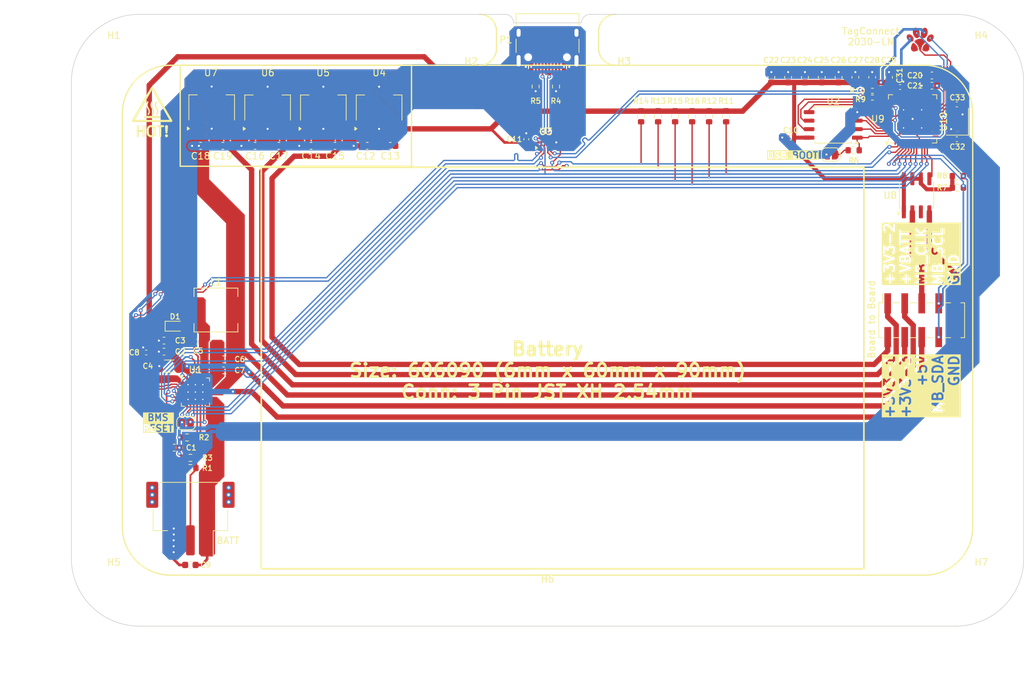
<source format=kicad_pcb>
(kicad_pcb (version 20240108) (generator "pcbnew") (generator_version "8.0")
  (title_block (title "5x3 Display Mainboard") (date "2025-01-13") (rev "R3"))
  (layers (0 "F.Cu" signal) (31 "B.Cu" signal) (34 "B.Paste" user) (35 "F.Paste" user) (36 "B.SilkS" user "B.Silkscreen") (37 "F.SilkS" user "F.Silkscreen") (38 "B.Mask" user) (39 "F.Mask" user) (44 "Edge.Cuts" user))
  (net 0 "")
  (net 1 "MB_CLK")
  (net 2 "+5V")
  (net 3 "+3v3-1")
  (net 4 "+3v3-3")
  (net 5 "+3v3-2")
  (net 6 "MB_SDA")
  (net 7 "MB_SCL")
  (net 8 "+VBATT")
  (net 9 "VBUS")
  (net 10 "SYS_SDA")
  (net 11 "/BMS_INT")
  (net 12 "SYS_SCL")
  (net 13 "+3.3V")
  (net 14 "/BMS_D-")
  (net 15 "/BMS_D+")
  (net 16 "/BMS_STAT")
  (net 17 "/BMS_CE")
  (net 18 "/USB_DSEL")
  (net 19 "AGND")
  (net 20 "/BMS_OTG")
  (net 21 "Net-(JP1-B)")
  (net 22 "/QSPI Flash module/CS")
  (net 23 "/QSPI Flash module/IO3")
  (net 24 "/QSPI Flash module/DO(IO1)")
  (net 25 "/QSPI Flash module/IO2")
  (net 26 "/QSPI Flash module/CLK")
  (net 27 "/QSPI Flash module/DI(IO0)")
  (net 28 "/RP_D-")
  (net 29 "/USB_D-")
  (net 30 "/USB_D+")
  (net 31 "/RP_D+")
  (net 32 "/USB_DIS")
  (net 33 "/QSPI Flash module/USB_BOOT")
  (net 34 "Net-(P1-CC1)")
  (net 35 "Net-(P1-CC2)")
  (net 36 "MB_CLK_LOW")
  (net 37 "/BMS/REGN")
  (net 38 "/BMS/BATT+")
  (net 39 "/BMS/NTC")
  (net 40 "/RP2040/D+")
  (net 41 "/RP2040/D-")
  (net 42 "+1V1")
  (net 43 "PGND")
  (net 44 "Net-(U1-BTST)")
  (net 45 "Net-(U9-XIN)")
  (net 46 "Net-(U9-XOUT)")
  (net 47 "Net-(U1-ILIM)")
  (net 59 "/RP2040/RUN")
  (net 65 "/RP2040/SWCLK")
  (net 69 "/RP2040/SWDIO")
  (net 71 "/BMS/SW")
  (footprint "Resistor_SMD:R_0603_1608Metric" (layer "F.Cu") (at 83.82 117.094 180)
    (property "Reference" "R3")
    (property "Value" "30.1kΩ")
  )
  (footprint "PawConnect:Paw-Connect_RevB_TC2030-IDC-NL_2x03_P1.27mm_Vertical" (layer "F.Cu") (at 192.49 54.916)
    (property "Reference" "J3" (hide yes))
    (property "Value" "Conn_ARM_SWD_TagConnect_TC2030-NL")
  )
  (footprint "Connector_JST:JST_XH_S3B-XH-SM4-TB_1x03-1MP_P2.50mm_Horizontal" (layer "F.Cu") (at 83.82 126.163 180)
    (property "Reference" "J2")
    (property "Value" "BATT JST")
  )
  (footprint "Capacitor_SMD:C_0603_1608Metric" (layer "F.Cu") (at 97.028 70.46 180)
    (property "Reference" "C17")
    (property "Value" "4.7μF")
  )
  (footprint "Resistor_SMD:R_0603_1608Metric" (layer "F.Cu") (at 153.67 66.04 -90)
    (property "Reference" "R13")
    (property "Value" "10kΩ")
  )
  (footprint "Capacitor_SMD:C_0603_1608Metric" (layer "F.Cu") (at 178.114 60.211 90)
    (property "Reference" "C25")
    (property "Value" "10µF")
  )
  (footprint "Capacitor_SMD:C_0402_1005Metric" (layer "F.Cu") (at 198.286 69.469)
    (property "Reference" "C32")
    (property "Value" "15pF")
  )
  (footprint "Resistor_SMD:R_0402_1005Metric" (layer "F.Cu") (at 185.674 63.246)
    (property "Reference" "R9")
    (property "Value" "27.4Ω")
  )
  (footprint "Package_TO_SOT_SMD:SOT-223-3_TabPin2" (layer "F.Cu") (at 103.675 64.77 90)
    (property "Reference" "U5")
    (property "Value" "AP7361C-33E")
  )
  (footprint "Capacitor_SMD:C_0402_1005Metric" (layer "F.Cu") (at 84.864 99.723 180)
    (property "Reference" "C5")
    (property "Value" "47nF")
  )
  (footprint "Crystal:Crystal_SMD_Abracon_ABM8G-4Pin_3.2x2.5mm" (layer "F.Cu") (at 198.374 66.86 90)
    (property "Reference" "U10")
    (property "Value" "ABM8-272-T3")
  )
  (footprint "Resistor_SMD:R_0603_1608Metric" (layer "F.Cu") (at 163.83 66.04 -90)
    (property "Reference" "R11")
    (property "Value" "10kΩ")
  )
  (footprint "Resistor_SMD:R_0603_1608Metric" (layer "F.Cu") (at 161.29 66.04 -90)
    (property "Reference" "R12")
    (property "Value" "10kΩ")
  )
  (footprint "Capacitor_SMD:C_0603_1608Metric" (layer "F.Cu") (at 88.773 104.013 180)
    (property "Reference" "C7")
    (property "Value" "10µF")
  )
  (footprint "Package_SO:SOIC-8_5.23x5.23mm_P1.27mm" (layer "F.Cu") (at 179.82 67.327 180)
    (property "Reference" "U2")
    (property "Value" "W25Q32JVSS")
  )
  (footprint "Package_TO_SOT_SMD:SOT-223-3_TabPin2" (layer "F.Cu") (at 86.995 64.745 90)
    (property "Reference" "U7")
    (property "Value" "AP7361C-33E")
  )
  (footprint "Capacitor_SMD:C_0603_1608Metric" (layer "F.Cu") (at 188.154 60.211 90)
    (property "Reference" "C29")
    (property "Value" "10µF")
  )
  (footprint "Capacitor_SMD:C_0603_1608Metric" (layer "F.Cu") (at 170.584 60.211 90)
    (property "Reference" "C22")
    (property "Value" "10µF")
  )
  (footprint "Capacitor_SMD:C_0603_1608Metric" (layer "F.Cu") (at 93.472 70.46)
    (property "Reference" "C16")
    (property "Value" "4.7μF")
  )
  (footprint "Package_DFN_QFN:Texas_RTW_WQFN-24-1EP_4x4mm_P0.5mm_EP2.7x2.7mm_ThermalVias" (layer "F.Cu") (at 84.57 107.2575)
    (property "Reference" "U1")
    (property "Value" "BQ25895")
  )
  (footprint "Resistor_SMD:R_0603_1608Metric" (layer "F.Cu") (at 138.43 61.595 -90)
    (property "Reference" "R4")
    (property "Value" "5.1k")
  )
  (footprint "Resistor_SMD:R_0603_1608Metric" (layer "F.Cu") (at 198.437 76.708)
    (property "Reference" "R7")
    (property "Value" "1kΩ")
  )
  (footprint "Package_SO:SOIC-8_3.9x4.9mm_P1.27mm" (layer "F.Cu") (at 192.278 77.851 90)
    (property "Reference" "U8")
    (property "Value" "TPM8837C")
  )
  (footprint "Jumper:SolderJumper-2_P1.3mm_Open_RoundedPad1.0x1.5mm" (layer "F.Cu") (at 179.466 71.755)
    (property "Reference" "JP2")
    (property "Value" "USB BOOT")
  )
  (footprint "Capacitor_SMD:C_0603_1608Metric" (layer "F.Cu") (at 105.41 70.46 180)
    (property "Reference" "C15")
    (property "Value" "4.7μF")
  )
  (footprint "Resistor_SMD:R_0603_1608Metric" (layer "F.Cu") (at 182.88 71.12)
    (property "Reference" "R6")
    (property "Value" "1kΩ")
  )
  (footprint "Capacitor_SMD:C_0603_1608Metric" (layer "F.Cu") (at 79.883 101.219 180)
    (property "Reference" "C2")
    (property "Value" "10μF")
  )
  (footprint "Capacitor_SMD:C_0402_1005Metric" (layer "F.Cu") (at 133.985 69.469 90)
    (property "Reference" "C11")
    (property "Value" "0.1μF")
  )
  (footprint "Capacitor_SMD:C_0402_1005Metric" (layer "F.Cu") (at 173.482 69.215 180)
    (property "Reference" "C10")
    (property "Value" "0.1μF")
  )
  (footprint "Diode_SMD:D_0603_1608Metric" (layer "F.Cu") (at 81.534 97.409)
    (property "Reference" "D1")
    (property "Value" "20v 5A")
  )
  (footprint "Resistor_SMD:R_0402_1005Metric" (layer "F.Cu") (at 185.675999 62.23 180)
    (property "Reference" "R10")
    (property "Value" "27.4Ω")
  )
  (footprint "MountingHole:MountingHole_2.2mm_M2" (layer "F.Cu") (at 72.39 135.89)
    (property "Reference" "H5")
    (property "Value" "MountingHole")
  )
  (footprint "Capacitor_SMD:C_0603_1608Metric" (layer "F.Cu") (at 83.82 133.096 180)
    (property "Reference" "C9")
    (property "Value" "10µF")
  )
  (footprint "Capacitor_SMD:C_0603_1608Metric" (layer "F.Cu") (at 185.644 60.211 90)
    (property "Reference" "C28")
    (property "Value" "10µF")
  )
  (footprint "TS3USB221A:QFN-10-RSE" (layer "F.Cu") (at 136.918 69.942 90)
    (property "Reference" "U3")
    (property "Value" "TS3USB221A")
  )
  (footprint "Resistor_SMD:R_0603_1608Metric" (layer "F.Cu") (at 156.21 66.04 -90)
    (property "Reference" "R15")
    (property "Value" "10kΩ")
  )
  (footprint "Capacitor_SMD:C_0402_1005Metric" (layer "F.Cu") (at 198.286 64.262 180)
    (property "Reference" "C33")
    (property "Value" "15pF")
  )
  (footprint "Package_TO_SOT_SMD:SOT-223-3_TabPin2" (layer "F.Cu") (at 112 64.77 90)
    (property "Reference" "U4")
    (property "Value" "AP7361C-33E")
  )
  (footprint "MountingHole:MountingHole_2.2mm_M2" (layer "F.Cu") (at 137.16 138.43)
    (property "Reference" "H6")
    (property "Value" "MountingHole")
  )
  (footprint "Capacitor_SMD:C_0402_1005Metric" (layer "F.Cu") (at 77.216 101.346)
    (property "Reference" "C8")
    (property "Value" "1µF")
  )
  (footprint "Resistor_SMD:R_0603_1608Metric" (layer "F.Cu") (at 158.75 66.04 -90)
    (property "Reference" "R16")
    (property "Value" "10kΩ")
  )
  (footprint "Capacitor_SMD:C_0603_1608Metric" (layer "F.Cu") (at 110.236 70.46)
    (property "Reference" "C12")
    (property "Value" "4.7μF")
  )
  (footprint "MountingHole:MountingHole_2.2mm_M2" (layer "F.Cu") (at 72.39 57.15)
    (property "Reference" "H1")
    (property "Value" "MountingHole")
  )
  (footprint "Capacitor_SMD:C_0603_1608Metric" (layer "F.Cu") (at 175.604 60.211 90)
    (property "Reference" "C24")
    (property "Value" "10µF")
  )
  (footprint "Resistor_SMD:R_0603_1608Metric" (layer "F.Cu") (at 198.437 74.9808)
    (property "Reference" "R8")
    (property "Value" "1kΩ")
  )
  (footprint "Inductor_SMD:L_Vishay_IHLP-2525" (layer "F.Cu") (at 87.63 94.996 180)
    (property "Reference" "L1")
    (property "Value" "2.2µH")
  )
  (footprint "Capacitor_SMD:C_0603_1608Metric" (layer "F.Cu") (at 173.094 60.211 90)
    (property "Reference" "C23")
    (property "Value" "10µF")
  )
  (footprint "MountingHole:MountingHole_2.2mm_M2" (layer "F.Cu") (at 201.93 57.15)
    (property "Reference" "H4")
    (property "Value" "MountingHole")
  )
  (footprint "Capacitor_SMD:C_0603_1608Metric" (layer "F.Cu") (at 113.665 70.46 180)
    (property "Reference" "C13")
    (property "Value" "4.7μF")
  )
  (footprint "Resistor_SMD:R_0603_1608Metric" (layer "F.Cu") (at 151.13 66.04 -90)
    (property "Reference" "R14")
    (property "Value" "10kΩ")
  )
  (footprint "MountingHole:MountingHole_2.2mm_M2" (layer "F.Cu") (at 201.93 135.89)
    (property "Reference" "H7")
    (property "Value" "MountingHole")
  )
  (footprint "Capacitor_SMD:C_1206_3216Metric" (layer "F.Cu") (at 80.645 103.378 180)
    (property "Reference" "C4")
    (property "Value" "40μF")
  )
  (footprint "Capacitor_SMD:C_0603_1608Metric" (layer "F.Cu") (at 183.134 60.211 90)
    (property "Reference" "C27")
    (property "Value" "10µF")
  )
  (footprint "Capacitor_SMD:C_0603_1608Metric" (layer "F.Cu") (at 180.624 60.211 90)
    (property "Reference" "C26")
    (property "Value" "10µF")
  )
  (footprint "Package_DFN_QFN:QFN-56-1EP_7x7mm_P0.4mm_EP3.2x3.2mm_ThermalVias" (layer "F.Cu") (at 191.678 66.4295 90)
    (property "Reference" "U9")
    (property "Value" "RP2040")
  )
  (footprint "Capacitor_SMD:C_0603_1608Metric" (layer "F.Cu") (at 88.773 102.362 180)
    (property "Reference" "C6")
    (property "Value" "10µF")
  )
  (footprint "Capacitor_SMD:C_0603_1608Metric" (layer "F.Cu") (at 88.659 70.46 180)
    (property "Reference" "C19")
    (property "Value" "4.7μF")
  )
  (footprint "Package_TO_SOT_SMD:SOT-223-3_TabPin2" (layer "F.Cu") (at 95.35 64.77 90)
    (property "Reference" "U6")
    (property "Value" "AP7361C-33E")
  )
  (footprint "Capacitor_SMD:C_0603_1608Metric" (layer "F.Cu") (at 79.883 99.568 180)
    (property "Reference" "C3")
    (property "Value" "10μF")
  )
  (footprint "MountingHole:MountingHole_2.2mm_M2" (layer "F.Cu") (at 148.59 54.61)
    (property "Reference" "H3")
    (property "Value" "MountingHole")
  )
  (footprint "Capacitor_SMD:C_0603_1608Metric" (layer "F.Cu") (at 194.564 59.944 180)
    (property "Reference" "C20")
    (property "Value" "10µF")
  )
  (footprint "LOGO" (layer "F.Cu") (at 78.105001 61.616062)
    (property "Reference" "G***" (hide yes))
    (property "Value" "LOGO" (hide yes))
  )
  (footprint "Capacitor_SMD:C_0603_1608Metric" (layer "F.Cu") (at 81.394 115.57)
    (property "Reference" "C1")
    (property "Value" "4.7μF")
  )
  (footprint "Jumper:SolderJumper-2_P1.3mm_Open_RoundedPad1.0x1.5mm" (layer "F.Cu") (at 83.185 111.887)
    (property "Reference" "JP1")
    (property "Value" "BMS_RESET")
  )
  (footprint "Capacitor_SMD:C_0603_1608Metric" (layer "F.Cu") (at 194.564 61.468 180)
    (property "Reference" "C21")
    (property "Value" "10µF")
  )
  (footprint "Connector_USB:USB_C_Receptacle_HRO_TYPE-C-31-M-12" (layer "F.Cu") (at 137.16 54.61 180)
    (property "Reference" "P1")
    (property "Value" "USB_C_Plug_USB2.0")
  )
  (footprint "Capacitor_SMD:C_0402_1005Metric" (layer "F.Cu") (at 189.8116 61.6712)
    (property "Reference" "C31")
    (property "Value" "1µF")
  )
  (footprint "Capacitor_SMD:C_0603_1608Metric" (layer "F.Cu") (at 101.841 70.46)
    (property "Reference" "C14")
    (property "Value" "4.7μF")
  )
  (footprint "Resistor_SMD:R_0603_1608Metric" (layer "F.Cu") (at 135.382 61.595 -90)
    (property "Reference" "R5")
    (property "Value" "5.1k")
  )
  (footprint "Connector_PinSocket_2.54mm:PinSocket_2x05_P2.54mm_Vertical_SMD" (layer "F.Cu") (at 193.04 96.52 90)
    (property "Reference" "J1")
    (property "Value" "Board to Board")
  )
  (footprint "MountingHole:MountingHole_2.2mm_M2" (layer "F.Cu") (at 125.73 54.61)
    (property "Reference" "H2")
    (property "Value" "MountingHole")
  )
  (footprint "Resistor_SMD:R_0603_1608Metric" (layer "F.Cu") (at 83.82 118.618)
    (property "Reference" "R1")
    (property "Value" "5.23kΩ")
  )
  (footprint "Capacitor_SMD:C_0603_1608Metric" (layer "F.Cu") (at 85.344 70.46)
    (property "Reference" "C18")
    (property "Value" "4.7μF")
  )
  (footprint "Resistor_SMD:R_0603_1608Metric" (layer "F.Cu") (at 83.312 114.046)
    (property "Reference" "R2")
    (property "Value" "260Ω")
  )
  (footprint "NetTie:NetTie-2_SMD_Pad0.5mm" (layer "B.Cu") (at 87.376 113.157 180)
    (property "Reference" "NT1" (hide yes))
    (property "Value" "GND_TIE" (hide yes))
  )
  (gr_arc (start 144.78 53.34) (mid 145.523949 51.543949) (end 147.32 50.8) (stroke (width 0.2)) (layer "F.SilkS"))
  (gr_arc (start 129.54 55.88) (mid 128.796051 57.676051) (end 127 58.42) (stroke (width 0.2)) (layer "F.SilkS"))
  (gr_line (start 200.66 65.604) (end 200.66 127.436) (stroke (width 0.2)) (layer "F.SilkS"))
  (gr_rect (start 82.296 58.395) (end 116.84 73.508) (stroke (width 0.2)) (fill none) (layer "F.SilkS"))
  (gr_line (start 127 58.42) (end 147.32 58.42) (stroke (width 0.2)) (layer "F.SilkS"))
  (gr_line (start 129.54 53.34) (end 129.54 55.88) (stroke (width 0.2)) (layer "F.SilkS"))
  (gr_arc (start 73.66 65.604) (mid 75.764145 60.524145) (end 80.844 58.42) (stroke (width 0.2)) (layer "F.SilkS"))
  (gr_arc (start 80.844 134.62) (mid 75.764145 132.515855) (end 73.66 127.436) (stroke (width 0.2)) (layer "F.SilkS"))
  (gr_line (start 147.32 58.42) (end 193.476 58.42) (stroke (width 0.2)) (layer "F.SilkS"))
  (gr_arc (start 127 50.8) (mid 128.796051 51.543949) (end 129.54 53.34) (stroke (width 0.2)) (layer "F.SilkS"))
  (gr_line (start 80.844 58.42) (end 127 58.42) (stroke (width 0.2)) (layer "F.SilkS"))
  (gr_line (start 193.476 134.62) (end 80.844 134.62) (stroke (width 0.2)) (layer "F.SilkS"))
  (gr_line (start 73.66 127.436) (end 73.66 65.604) (stroke (width 0.2)) (layer "F.SilkS"))
  (gr_arc (start 147.32 58.42) (mid 145.523949 57.676051) (end 144.78 55.88) (stroke (width 0.2)) (layer "F.SilkS"))
  (gr_rect (start 94.404 73.66) (end 184.404 133.66) (stroke (width 0.25)) (fill none) (layer "F.SilkS"))
  (gr_line (start 144.78 53.34) (end 144.78 55.88) (stroke (width 0.2)) (layer "F.SilkS"))
  (gr_arc (start 200.66 127.436) (mid 198.555855 132.515855) (end 193.476 134.62) (stroke (width 0.2)) (layer "F.SilkS"))
  (gr_arc (start 193.476 58.42) (mid 198.555855 60.524145) (end 200.66 65.604) (stroke (width 0.2)) (layer "F.SilkS"))
  (gr_line (start 66.04 132.08) (end 66.04 60.96) (stroke (width 0.1)) (layer "Edge.Cuts"))
  (gr_line (start 208.28 60.96) (end 208.28 132.08) (stroke (width 0.1)) (layer "Edge.Cuts"))
  (gr_arc (start 208.28 132.08) (mid 205.304205 139.264205) (end 198.12 142.24) (stroke (width 0.1)) (layer "Edge.Cuts"))
  (gr_arc (start 142.24 52.07) (mid 142.611974 51.171974) (end 143.51 50.8) (stroke (width 0.1)) (layer "Edge.Cuts"))
  (gr_arc (start 76.2 142.24) (mid 69.015795 139.264205) (end 66.04 132.08) (stroke (width 0.1)) (layer "Edge.Cuts"))
  (gr_line (start 143.51 50.8) (end 198.12 50.8) (stroke (width 0.1)) (layer "Edge.Cuts"))
  (gr_arc (start 66.04 60.96) (mid 69.015795 53.775795) (end 76.2 50.8) (stroke (width 0.1)) (layer "Edge.Cuts"))
  (gr_line (start 130.81 50.8) (end 76.2 50.8) (stroke (width 0.1)) (layer "Edge.Cuts"))
  (gr_line (start 198.12 142.24) (end 76.2 142.24) (stroke (width 0.1)) (layer "Edge.Cuts"))
  (gr_arc (start 198.12 50.8) (mid 205.304205 53.775795) (end 208.28 60.96) (stroke (width 0.1)) (layer "Edge.Cuts"))
  (gr_line (start 132.08 52.07) (end 142.24 52.07) (stroke (width 0.1)) (layer "Edge.Cuts"))
  (gr_arc (start 130.81 50.8) (mid 131.708026 51.171974) (end 132.08 52.07) (stroke (width 0.1)) (layer "Edge.Cuts"))
  (gr_text "BATT\n" (at 87.63 130.048 0) (layer "F.SilkS") (effects (font (size 1 1)) (justify left bottom)))
  (gr_text "+3V3-2\n+VBATT\nMB_CLK\nMB_SCL\nGND" (at 198.755 91.44 90) (layer "F.SilkS" knockout) (effects (font (size 1.5 1.5) (thickness 0.3) (bold yes)) (justify left bottom)))
  (gr_text "TagConnect\n2030-LN" (at 185.42 54.102 0) (layer "F.SilkS") (effects (font (size 1 1) (thickness 0.15) (bold yes))))
  (gr_text "BMS\nRESET" (at 78.974814 111.873852 0) (layer "F.SilkS" knockout) (effects (font (size 1 1) (thickness 0.2))))
  (gr_text "Battery\nSize: 606090 (6mm x 60mm x 90mm)\nConn: 3 Pin JST XH 2.54mm" (at 137.16 108.4326 0) (layer "F.SilkS") (effects (font (size 2 2) (thickness 0.4) (bold yes)) (justify bottom)))
  (gr_text "+3V3-1\n+3V3-3\n+5V\nMB_SDA\nGND" (at 198.755 101.6 90) (layer "F.SilkS" knockout) (effects (font (size 1.5 1.5) (thickness 0.3) (bold yes)) (justify right bottom)))
  (gr_text "HOT!" (at 78.105 69.215 0) (layer "F.SilkS") (effects (font (size 1.5 1.5) (thickness 0.3) (bold yes)) (justify bottom)))
  (via (at 78.105 123.698) (size 0.8) (drill 0.4) (layers "F.Cu" "B.Cu") (net 0))
  (via (at 89.52 122.613) (size 0.8) (drill 0.4) (layers "F.Cu" "B.Cu") (net 0))
  (via (at 78.12 122.613) (size 0.8) (drill 0.4) (layers "F.Cu" "B.Cu") (net 0))
  (via (at 78.105 121.539) (size 0.8) (drill 0.4) (layers "F.Cu" "B.Cu") (net 0))
  (via (at 89.535 121.539) (size 0.8) (drill 0.4) (layers "F.Cu" "B.Cu") (net 0))
  (via (at 89.535 123.698) (size 0.8) (drill 0.4) (layers "F.Cu" "B.Cu") (net 0))
  (segment (start 193.04 88.138) (end 193.04 94) (width 0.8) (layer "F.Cu") (net 1))
  (segment (start 191.643 86.741) (end 193.04 88.138) (width 0.8) (layer "F.Cu") (net 1))
  (segment (start 191.643 80.326) (end 191.643 86.741) (width 0.8) (layer "F.Cu") (net 1))
  (segment (start 97.645786 109.329786) (end 187.850214 109.329786) (width 0.8) (layer "F.Cu") (net 2))
  (segment (start 187.850214 109.329786) (end 193.04 104.14) (width 0.8) (layer "F.Cu") (net 2))
  (segment (start 193.04 104.14) (end 193.04 99.04) (width 0.8) (layer "F.Cu") (net 2))
  (segment (start 92.583 104.267) (end 97.645786 109.329786) (width 0.8) (layer "F.Cu") (net 2))
  (via (at 92.583 104.267) (size 0.6) (drill 0.3) (layers "F.Cu" "B.Cu") (net 2))
  (via (at 83.312 103.378) (size 0.6) (drill 0.3) (layers "F.Cu" "B.Cu") (net 2))
  (segment (start 92.583 104.267) (end 91.694 103.378) (width 0.8) (layer "B.Cu") (net 2))
  (segment (start 91.694 103.378) (end 83.312 103.378) (width 0.8) (layer "B.Cu") (net 2))
  (segment (start 187.96 101.092) (end 185.928 103.124) (width 0.8) (layer "F.Cu") (net 3))
  (segment (start 105.975 67.92) (end 105.975 70.25) (width 0.8) (layer "F.Cu") (net 3))
  (segment (start 185.928 103.124) (end 100.076 103.124) (width 0.8) (layer "F.Cu") (net 3))
  (segment (start 105.975 70.76796) (end 105.975 67.92) (width 0.8) (layer "F.Cu") (net 3))
  (segment (start 96.012 99.06) (end 96.012 75.311) (width 0.8) (layer "F.Cu") (net 3))
  (segment (start 99.314 72.009) (end 104.73396 72.009) (width 0.8) (layer "F.Cu") (net 3))
  (segment (start 104.73396 72.009) (end 105.975 70.76796) (width 0.8) (layer "F.Cu") (net 3))
  (segment (start 100.076 103.124) (end 96.012 99.06) (width 0.8) (layer "F.Cu") (net 3))
  (segment (start 187.96 99.04) (end 187.96 101.092) (width 0.8) (layer "F.Cu") (net 3))
  (segment (start 105.975 70.25) (end 106.185 70.46) (width 0.8) (layer "F.Cu") (net 3))
  (segment (start 96.012 75.311) (end 99.314 72.009) (width 0.8) (layer "F.Cu") (net 3))
  (segment (start 92.964 74.041) (end 89.434 70.511) (width 0.8) (layer "F.Cu") (net 4))
  (segment (start 190.5 102.616) (end 186.944 106.172) (width 0.8) (layer "F.Cu") (net 4))
  (segment (start 190.5 99.04) (end 190.5 102.616) (width 0.8) (layer "F.Cu") (net 4))
  (segment (start 89.434 70.511) (end 89.434 70.46) (width 0.8) (layer "F.Cu") (net 4))
  (segment (start 89.295 70.321) (end 89.434 70.46) (width 0.8) (layer "F.Cu") (net 4))
  (segment (start 92.964 100.076) (end 92.964 74.041) (width 0.8) (layer "F.Cu") (net 4))
  (segment (start 186.944 106.172) (end 99.06 106.172) (width 0.8) (layer "F.Cu") (net 4))
  (segment (start 89.295 67.895) (end 89.295 70.321) (width 0.8) (layer "F.Cu") (net 4))
  (segment (start 99.06 106.172) (end 92.964 100.076) (width 0.8) (layer "F.Cu") (net 4))
  (segment (start 189.23 101.854) (end 186.436 104.648) (width 0.8) (layer "F.Cu") (net 5))
  (segment (start 187.96 94) (end 187.96 96.012) (width 0.8) (layer "F.Cu") (net 5))
  (segment (start 189.23 97.282) (end 189.23 101.854) (width 0.8) (layer "F.Cu") (net 5))
  (segment (start 94.488 74.2885) (end 97.65 71.1265) (width 0.8) (layer "F.Cu") (net 5))
  (segment (start 187.96 96.012) (end 189.23 97.282) (width 0.8) (layer "F.Cu") (net 5))
  (segment (start 97.65 71.1265) (end 97.65 67.92) (width 0.8) (layer "F.Cu") (net 5))
  (segment (start 94.488 99.568) (end 94.488 74.2885) (width 0.8) (layer "F.Cu") (net 5))
  (segment (start 97.65 67.92) (end 97.65 70.307) (width 0.8) (layer "F.Cu") (net 5))
  (segment (start 97.65 70.307) (end 97.803 70.46) (width 0.8) (layer "F.Cu") (net 5))
  (segment (start 186.436 104.648) (end 99.568 104.648) (width 0.8) (layer "F.Cu") (net 5))
  (segment (start 99.568 104.648) (end 94.488 99.568) (width 0.8) (layer "F.Cu") (net 5))
  (segment (start 190.278 70.837245) (end 190.278 69.867) (width 0.2) (layer "F.Cu") (net 6))
  (segment (start 188.132391 73.152) (end 188.132391 72.979609) (width 0.2) (layer "F.Cu") (net 6))
  (segment (start 188.132391 72.979609) (end 189.2872 71.8248) (width 0.2) (layer "F.Cu") (net 6))
  (segment (start 189.290445 71.8248) (end 190.278 70.837245) (width 0.2) (layer "F.Cu") (net 6))
  (segment (start 189.2872 71.8248) (end 189.290445 71.8248) (width 0.2) (layer "F.Cu") (net 6))
  (via (at 195.58 99.04) (size 0.6) (drill 0.3) (layers "F.Cu" "B.Cu") (net 6))
  (via (at 188.132391 73.152) (size 0.6) (drill 0.3) (layers "F.Cu" "B.Cu") (net 6))
  (via (at 199.262 74.9808) (size 0.6) (drill 0.3) (layers "F.Cu" "B.Cu") (net 6))
  (segment (start 188.132391 72.979609) (end 189.23 71.882) (width 0.2) (layer "B.Cu") (net 6))
  (segment (start 199.887 88.149) (end 196.205 91.831) (width 0.25) (layer "B.Cu") (net 6))
  (segment (start 188.132391 73.152) (end 188.132391 72.979609) (width 0.2) (layer "B.Cu") (net 6))
  (segment (start 196.205 94.258884) (end 195.838884 94.625) (width 0.25) (layer "B.Cu") (net 6))
  (segment (start 199.887 75.6058) (end 199.887 88.149) (width 0.25) (layer "B.Cu") (net 6))
  (segment (start 195.824 94.625) (end 195.58 94.869) (width 0.25) (layer "B.Cu") (net 6))
  (segment (start 199.262 74.9808) (end 199.887 75.6058) (width 0.25) (layer "B.Cu") (net 6))
  (segment (start 195.838884 94.625) (end 195.824 94.625) (width 0.25) (layer "B.Cu") (net 6))
  (segment (start 195.58 94.869) (end 195.58 99.04) (width 0.25) (layer "B.Cu") (net 6))
  (segment (start 196.205 91.831) (end 196.205 94.258884) (width 0.25) (layer "B.Cu") (net 6))
  (segment (start 189.23 71.882) (end 196.1632 71.882) (width 0.2) (layer "B.Cu") (net 6))
  (segment (start 196.1632 71.882) (end 199.262 74.9808) (width 0.2) (layer "B.Cu") (net 6))
  (segment (start 189.452886 72.2248) (end 189.456131 72.2248) (width 0.2) (layer "F.Cu") (net 7))
  (segment (start 190.678 71.002931) (end 190.678 69.867) (width 0.2) (layer "F.Cu") (net 7))
  (segment (start 188.932394 72.745292) (end 189.452886 72.2248) (width 0.2) (layer "F.Cu") (net 7))
  (segment (start 189.456131 72.2248) (end 190.678 71.002931) (width 0.2) (layer "F.Cu") (net 7))
  (segment (start 188.932394 73.152) (end 188.932394 72.745292) (width 0.2) (layer "F.Cu") (net 7))
  (via (at 199.262 76.454) (size 0.6) (drill 0.3) (layers "F.Cu" "B.Cu") (net 7))
  (via (at 195.58 94) (size 0.6) (drill 0.3) (layers "F.Cu" "B.Cu") (net 7))
  (via (at 188.932394 73.152) (size 0.6) (drill 0.3) (layers "F.Cu" "B.Cu") (net 7))
  (segment (start 198.662 75.218) (end 198.662 75.229329) (width 0.2) (layer "B.Cu") (net 7))
  (segment (start 199.0248 75.5808) (end 199.262 75.818) (width 0.2) (layer "B.Cu") (net 7))
  (segment (start 199.262 88.012) (end 195.58 91.694) (width 0.25) (layer "B.Cu") (net 7))
  (segment (start 198.662 75.229329) (end 199.013471 75.5808) (width 0.2) (layer "B.Cu") (net 7))
  (segment (start 199.013471 75.5808) (end 199.0248 75.5808) (width 0.2) (layer "B.Cu") (net 7))
  (segment (start 199.262 75.818) (end 199.262 77.47) (width 0.2) (layer "B.Cu") (net 7))
  (segment (start 195.58 91.694) (end 195.58 94) (width 0.25) (layer "B.Cu") (net 7))
  (segment (start 188.932394 73.152) (end 188.932394 72.941606) (width 0.2) (layer "B.Cu") (net 7))
  (segment (start 188.932394 72.941606) (end 189.484 72.39) (width 0.2) (layer "B.Cu") (net 7))
  (segment (start 195.834 72.39) (end 198.662 75.218) (width 0.2) (layer "B.Cu") (net 7))
  (segment (start 199.262 77.47) (end 199.262 88.012) (width 0.25) (layer "B.Cu") (net 7))
  (segment (start 189.484 72.39) (end 195.834 72.39) (width 0.2) (layer "B.Cu") (net 7))
  (segment (start 98.298 107.696) (end 90.932 100.33) (width 0.8) (layer "F.Cu") (net 8))
  (segment (start 190.5 96.012) (end 191.77 97.282) (width 0.8) (layer "F.Cu") (net 8))
  (segment (start 93.05 67.92) (end 93.05 70.107) (width 0.8) (layer "F.Cu") (net 8))
  (segment (start 84.695 67.895) (end 84.695 70.334) (width 0.8) (layer "F.Cu") (net 8))
  (segment (start 191.77 103.378) (end 187.452 107.696) (width 0.8) (layer "F.Cu") (net 8))
  (segment (start 187.452 107.696) (end 98.298 107.696) (width 0.8) (layer "F.Cu") (net 8))
  (segment (start 109.7 70.221) (end 109.461 70.46) (width 0.8) (layer "F.Cu") (net 8))
  (segment (start 84.695 70.334) (end 84.569 70.46) (width 0.8) (layer "F.Cu") (net 8))
  (segment (start 93.05 70.107) (end 92.697 70.46) (width 0.8) (layer "F.Cu") (net 8))
  (segment (start 101.375 70.151) (end 101.066 70.46) (width 0.8) (layer "F.Cu") (net 8))
  (segment (start 109.7 67.92) (end 109.7 70.221) (width 0.8) (layer "F.Cu") (net 8))
  (segment (start 109.461 70.46) (end 108.204 70.46) (width 0.8) (layer "F.Cu") (net 8))
  (segment (start 84.569 70.46) (end 84.074 70.46) (width 0.8) (layer "F.Cu") (net 8))
  (segment (start 101.066 70.46) (end 100.076 70.46) (width 0.8) (layer "F.Cu") (net 8))
  (segment (start 101.375 67.92) (end 101.375 70.151) (width 0.8) (layer "F.Cu") (net 8))
  (segment (start 92.697 70.46) (end 91.44 70.46) (width 0.8) (layer "F.Cu") (net 8))
  (segment (start 191.77 97.282) (end 191.77 103.378) (width 0.8) (layer "F.Cu") (net 8))
  (segment (start 190.5 94) (end 190.5 96.012) (width 0.8) (layer "F.Cu") (net 8))
  (via (at 108.204 70.46) (size 0.6) (drill 0.3) (layers "F.Cu" "B.Cu") (net 8))
  (via (at 84.074 70.46) (size 0.6) (drill 0.3) (layers "F.Cu" "B.Cu") (net 8))
  (via (at 100.076 70.46) (size 0.6) (drill 0.3) (layers "F.Cu" "B.Cu") (net 8))
  (via (at 91.44 70.46) (size 0.6) (drill 0.3) (layers "F.Cu" "B.Cu") (net 8))
  (via (at 85.09 70.46) (size 0.6) (drill 0.3) (layers "F.Cu" "B.Cu") (net 8))
  (segment (start 91.44 70.46) (end 85.09 70.46) (width 1.4) (layer "B.Cu") (net 8))
  (segment (start 85.09 70.46) (end 84.074 70.46) (width 1.4) (layer "B.Cu") (net 8))
  (segment (start 100.076 70.46) (end 91.44 70.46) (width 1.4) (layer "B.Cu") (net 8))
  (segment (start 108.204 70.46) (end 100.076 70.46) (width 1.4) (layer "B.Cu") (net 8))
  (segment (start 81.915 57.15) (end 118.745 57.15) (width 0.8) (layer "F.Cu") (net 9))
  (segment (start 77.6732 61.3918) (end 81.915 57.15) (width 0.8) (layer "F.Cu") (net 9))
  (segment (start 78.74 105.156) (end 77.6732 104.0892) (width 0.8) (layer "F.Cu") (net 9))
  (segment (start 81.4832 105.156) (end 78.74 105.156) (width 0.8) (layer "F.Cu") (net 9))
  (segment (start 77.6732 104.0892) (end 77.6732 61.3918) (width 0.8) (layer "F.Cu") (net 9))
  (segment (start 118.745 57.15) (end 122.4026 60.8076) (width 0.8) (layer "F.Cu") (net 9))
  (segment (start 122.4026 60.8076) (end 133.604 60.8076) (width 0.8) (layer "F.Cu") (net 9))
  (via (at 139.61 58.655) (size 0.5) (drill 0.25) (layers "F.Cu" "B.Cu") (net 9))
  (via (at 134.71 58.655) (size 0.5) (drill 0.25) (layers "F.Cu" "B.Cu") (net 9))
  (segment (start 139.61 58.655) (end 134.71 58.655) (width 0.6) (layer "B.Cu") (net 9))
  (segment (start 81.262062 108.5075) (end 81.118 108.651562) (width 0.2) (layer "F.Cu") (net 10))
  (segment (start 138.923946 72.963791) (end 138.917523 72.963791) (width 0.2) (layer "F.Cu") (net 10))
  (segment (start 82.6075 108.5075) (end 81.262062 108.5075) (width 0.2) (layer "F.Cu") (net 10))
  (segment (start 188.214 70.612) (end 189.371874 70.612) (width 0.2) (layer "F.Cu") (net 10))
  (segment (start 138.917523 72.963791) (end 138.305901 73.575413) (width 0.2) (layer "F.Cu") (net 10))
  (segment (start 189.371874 70.612) (end 189.478 70.505874) (width 0.2) (layer "F.Cu") (net 10))
  (segment (start 136.717255 73.575413) (end 136.182363 73.040521) (width 0.2) (layer "F.Cu") (net 10))
  (segment (start 151.13 73.152) (end 151.13 66.865) (width 0.2) (layer "F.Cu") (net 10))
  (segment (start 189.478 70.505874) (end 189.478 69.867) (width 0.2) (layer "F.Cu") (net 10))
  (segment (start 138.305901 73.575413) (end 136.717255 73.575413) (width 0.2) (layer "F.Cu") (net 10))
  (via (at 188.214 70.612) (size 0.6) (drill 0.3) (layers "F.Cu" "B.Cu") (net 10))
  (via (at 81.118 108.651562) (size 0.6) (drill 0.3) (layers "F.Cu" "B.Cu") (net 10))
  (via (at 136.182363 73.040521) (size 0.6) (drill 0.3) (layers "F.Cu" "B.Cu") (net 10))
  (via (at 151.13 73.152) (size 0.3) (drill 0.15) (layers "F.Cu" "B.Cu") (net 10))
  (via (at 138.923946 72.963791) (size 0.6) (drill 0.3) (layers "F.Cu" "B.Cu") (net 10))
  (segment (start 140.97 73.152) (end 151.13 73.152) (width 0.2) (layer "B.Cu") (net 10))
  (segment (start 94.996 100.838) (end 82.902157 100.838) (width 0.2) (layer "B.Cu") (net 10))
  (segment (start 79.518 107.966) (end 80.203562 108.651562) (width 0.2) (layer "B.Cu") (net 10))
  (segment (start 122.174 73.66) (end 94.996 100.838) (width 0.2) (layer "B.Cu") (net 10))
  (segment (start 185.42 73.152) (end 187.96 70.612) (width 0.2) (layer "B.Cu") (net 10))
  (segment (start 135.382 73.66) (end 122.174 73.66) (width 0.2) (layer "B.Cu") (net 10))
  (segment (start 151.13 73.152) (end 185.42 73.152) (width 0.2) (layer "B.Cu") (net 10))
  (segment (start 136.182363 73.040521) (end 136.001479 73.040521) (width 0.2) (layer "B.Cu") (net 10))
  (segment (start 136.001479 73.040521) (end 135.382 73.66) (width 0.2) (layer "B.Cu") (net 10))
  (segment (start 187.96 70.612) (end 188.214 70.612) (width 0.2) (layer "B.Cu") (net 10))
  (segment (start 138.923946 72.963791) (end 139.057474 72.830263) (width 0.2) (layer "B.Cu") (net 10))
  (segment (start 140.648263 72.830263) (end 140.97 73.152) (width 0.2) (layer "B.Cu") (net 10))
  (segment (start 139.057474 72.830263) (end 140.648263 72.830263) (width 0.2) (layer "B.Cu") (net 10))
  (segment (start 79.518 104.222157) (end 79.518 107.966) (width 0.2) (layer "B.Cu") (net 10))
  (segment (start 80.203562 108.651562) (end 81.118 108.651562) (width 0.2) (layer "B.Cu") (net 10))
  (segment (start 82.902157 100.838) (end 79.518 104.222157) (width 0.2) (layer "B.Cu") (net 10))
  (segment (start 192.137801 71.805874) (end 192.278 71.665675) (width 0.2) (layer "F.Cu") (net 11))
  (segment (start 82.60152 110.632) (end 82.60152 110.43848) (width 0.2) (layer "F.Cu") (net 11))
  (segment (start 82.60152 110.43848) (end 83.32 109.72) (width 0.2) (layer "F.Cu") (net 11))
  (segment (start 192.278 71.665675) (end 192.278 69.867) (width 0.2) (layer "F.Cu") (net 11))
  (segment (start 156.21 75.692) (end 156.21 66.865) (width 0.2) (layer "F.Cu") (net 11))
  (segment (start 83.32 109.72) (end 83.32 109.22) (width 0.2) (layer "F.Cu") (net 11))
  (segment (start 192.137801 73.152) (end 192.137801 71.805874) (width 0.2) (layer "F.Cu") (net 11))
  (via (at 156.21 75.692) (size 0.3) (drill 0.15) (layers "F.Cu" "B.Cu") (net 11))
  (via (at 82.60152 110.632) (size 0.6) (drill 0.3) (layers "F.Cu" "B.Cu") (net 11))
  (via (at 192.137801 73.152) (size 0.6) (drill 0.3) (layers "F.Cu" "B.Cu") (net 11))
  (segment (start 192.137801 73.152) (end 192.137801 73.546199) (width 0.2) (layer "B.Cu") (net 11))
  (segment (start 82.60152 110.399738) (end 83.527258 109.474) (width 0.2) (layer "B.Cu") (net 11))
  (segment (start 89.408 109.474) (end 123.19 75.692) (width 0.2) (layer "B.Cu") (net 11))
  (segment (start 123.19 75.692) (end 156.21 75.692) (width 0.2) (layer "B.Cu") (net 11))
  (segment (start 192.137801 73.546199) (end 189.992 75.692) (width 0.2) (layer "B.Cu") (net 11))
  (segment (start 83.527258 109.474) (end 89.408 109.474) (width 0.2) (layer "B.Cu") (net 11))
  (segment (start 189.992 75.692) (end 156.21 75.692) (width 0.2) (layer "B.Cu") (net 11))
  (segment (start 82.60152 110.632) (end 82.60152 110.399738) (width 0.2) (layer "B.Cu") (net 11))
  (segment (start 136.334313 74.041) (end 136.137043 73.84373) (width 0.2) (layer "F.Cu") (net 12))
  (segment (start 81.117999 107.85156) (end 81.273939 108.0075) (width 0.2) (layer "F.Cu") (net 12))
  (segment (start 189.878 70.671559) (end 189.878 69.867) (width 0.2) (layer "F.Cu") (net 12))
  (segment (start 188.201203 71.4248) (end 189.124759 71.4248) (width 0.2) (layer "F.Cu") (net 12))
  (segment (start 139.421737 73.430263) (end 138.811 74.041) (width 0.2) (layer "F.Cu") (net 12))
  (segment (start 140.016266 73.430263) (end 139.421737 73.430263) (width 0.2) (layer "F.Cu") (net 12))
  (segment (start 81.273939 108.0075) (end 82.6075 108.0075) (width 0.2) (layer "F.Cu") (net 12))
  (segment (start 189.124759 71.4248) (end 189.878 70.671559) (width 0.2) (layer "F.Cu") (net 12))
  (segment (start 153.67 73.66) (end 153.67 66.865) (width 0.2) (layer "F.Cu") (net 12))
  (segment (start 138.811 74.041) (end 136.334313 74.041) (width 0.2) (layer "F.Cu") (net 12))
  (via (at 153.67 73.66) (size 0.3) (drill 0.15) (layers "F.Cu" "B.Cu") (net 12))
  (via (at 136.137043 73.84373) (size 0.6) (drill 0.3) (layers "F.Cu" "B.Cu") (net 12))
  (via (at 140.016266 73.430263) (size 0.6) (drill 0.3) (layers "F.Cu" "B.Cu") (net 12))
  (via (at 81.117999 107.85156) (size 0.6) (drill 0.3) (layers "F.Cu" "B.Cu") (net 12))
  (via (at 188.201203 71.4248) (size 0.6) (drill 0.3) (layers "F.Cu" "B.Cu") (net 12))
  (segment (start 135.812773 74.168) (end 136.137043 73.84373) (width 0.2) (layer "B.Cu") (net 12))
  (segment (start 140.246003 73.66) (end 153.67 73.66) (width 0.2) (layer "B.Cu") (net 12))
  (segment (start 79.918 107.477) (end 79.918 104.500422) (width 0.2) (layer "B.Cu") (net 12))
  (segment (start 185.674 73.66) (end 187.9092 71.4248) (width 0.2) (layer "B.Cu") (net 12))
  (segment (start 122.428 74.168) (end 135.812773 74.168) (width 0.2) (layer "B.Cu") (net 12))
  (segment (start 140.016266 73.430263) (end 140.246003 73.66) (width 0.2) (layer "B.Cu") (net 12))
  (segment (start 81.117999 107.85156) (end 80.29256 107.85156) (width 0.2) (layer "B.Cu") (net 12))
  (segment (start 187.9092 71.4248) (end 188.201203 71.4248) (width 0.2) (layer "B.Cu") (net 12))
  (segment (start 80.29256 107.85156) (end 79.918 107.477) (width 0.2) (layer "B.Cu") (net 12))
  (segment (start 79.918 104.500422) (end 83.053422 101.365) (width 0.2) (layer "B.Cu") (net 12))
  (segment (start 95.231 101.365) (end 122.428 74.168) (width 0.2) (layer "B.Cu") (net 12))
  (segment (start 153.67 73.66) (end 185.674 73.66) (width 0.2) (layer "B.Cu") (net 12))
  (segment (start 83.053422 101.365) (end 95.231 101.365) (width 0.2) (layer "B.Cu") (net 12))
  (segment (start 192.913 76.073) (end 193.802 76.962) (width 0.6) (layer "F.Cu") (net 13))
  (segment (start 114.3 67.92) (end 128.71 67.92) (width 0.8) (layer "F.Cu") (net 13))
  (segment (start 128.71 67.92) (end 131.352 65.278) (width 0.8) (layer "F.Cu") (net 13))
  (segment (start 130.739 69.949) (end 133.985 69.949) (width 0.4) (layer "F.Cu") (net 13))
  (segment (start 191.97436 64.2295) (end 192.678 63.52586) (width 0.2) (layer "F.Cu") (net 13))
  (segment (start 173.99 69.0372) (end 173.99 60.986) (width 0.6) (layer "F.Cu") (net 13))
  (segment (start 189.757771 65.563029) (end 189.738 65.5828) (width 0.2) (layer "F.Cu") (net 13))
  (segment (start 193.802 76.962) (end 197.358 76.962) (width 0.6) (layer "F.Cu") (net 13))
  (segment (start 188.2405 66.2295) (end 188.444746 66.025254) (width 0.2) (layer "F.Cu") (net 13))
  (segment (start 192.913 75.376) (end 192.913 76.073) (width 0.6) (layer "F.Cu") (net 13))
  (segment (start 191.97436 64.2295) (end 193.2615 64.2295) (width 0.2) (layer "F.Cu") (net 13))
  (segment (start 197.358 76.962) (end 197.612 76.708) (width 0.6) (layer "F.Cu") (net 13))
  (segment (start 188.2405 64.2295) (end 189.484 64.2295) (width 0.2) (layer "F.Cu") (net 13))
  (segment (start 189.738 68.633598) (end 189.757771 68.653369) (width 0.2) (layer "F.Cu") (net 13))
  (segment (start 188.444746 66.025254) (end 189.295546 66.025254) (width 0.2) (layer "F.Cu") (net 13))
  (segment (start 189.738 65.5828) (end 189.738 68.633598) (width 0.2) (layer "F.Cu") (net 13))
  (segment (start 178.503044 75.311) (end 190.308 75.311) (width 0.6) (layer "F.Cu") (net 13))
  (segment (start 131.352 65.278) (end 166.292 65.278) (width 0.8) (layer "F.Cu") (net 13))
  (segment (start 136.061 69.949) (end 136.068 69.942) (width 0.2) (layer "F.Cu") (net 13))
  (segment (start 189.484 64.2295) (end 191.97436 64.2295) (width 0.2) (layer "F.Cu") (net 13))
  (segment (start 189.757771 68.653369) (end 189.078 69.33314) (width 0.2) (layer "F.Cu") (net 13))
  (segment (start 193.802 65.44986) (end 194.58164 66.2295) (width 0.2) (layer "F.Cu") (net 13))
  (segment (start 173.962 70.769956) (end 178.503044 75.311) (width 0.6) (layer "F.Cu") (net 13))
  (segment (start 190.373 80.326) (end 190.373 75.376) (width 0.6) (layer "F.Cu") (net 13))
  (segment (start 193.2615 64.2295) (end 193.802 64.77) (width 0.2) (layer "F.Cu") (net 13))
  (segment (start 194.58164 66.2295) (end 195.1155 66.2295) (width 0.2) (layer "F.Cu") (net 13))
  (segment (start 170.584 60.986) (end 186.944 60.986) (width 0.8) (layer "F.Cu") (net 13))
  (segment (start 192.678 63.52586) (end 192.678 62.992) (width 0.2) (layer "F.Cu") (net 13))
  (segment (start 174.1848 69.232) (end 173.99 69.0372) (width 0.6) (layer "F.Cu") (net 13))
  (segment (start 114.3 67.92) (end 114.3 70.32) (width 0.8) (layer "F.Cu") (net 13))
  (segment (start 189.757771 64.503271) (end 189.484 64.2295) (width 0.2) (layer "F.Cu") (net 13))
  (segment (start 188.436254 66.025254) (end 188.444746 66.025254) (width 0.2) (layer "F.Cu") (net 13))
  (segment (start 190.308 75.311) (end 190.373 75.376) (width 0.6) (layer "F.Cu") (net 13))
  (segment (start 197.612 74.9808) (end 197.612 75.692) (width 0.6) (layer "F.Cu") (net 13))
  (segment (start 133.985 69.949) (end 136.061 69.949) (width 0.2) (layer "F.Cu") (net 13))
  (segment (start 189.757771 65.563029) (end 189.757771 64.503271) (width 0.2) (layer "F.Cu") (net 13))
  (segment (start 176.22 69.232) (end 174.1848 69.232) (width 0.6) (layer "F.Cu") (net 13))
  (segment (start 192.097369 68.653369) (end 192.678 69.234) (width 0.2) (layer "F.Cu") (net 13))
  (segment (start 128.71 67.92) (end 130.739 69.949) (width 0.4) (layer "F.Cu") (net 13))
  (segment (start 188.2405 65.8295) (end 188.436254 66.025254) (width 0.2) (layer "F.Cu") (net 13))
  (segment (start 192.678 69.234) (end 192.678 69.867) (width 0.2) (layer "F.Cu") (net 13))
  (segment (start 189.078 69.33314) (end 189.078 69.867) (width 0.2) (layer "F.Cu") (net 13))
  (segment (start 197.612 76.708) (end 197.612 75.692) (width 0.6) (layer "F.Cu") (net 13))
  (segment (start 173.962 69.215) (end 173.962 70.769956) (width 0.6) (layer "F.Cu") (net 13))
  (segment (start 186.944 60.986) (end 188.154 60.986) (width 0.8) (layer "F.Cu") (net 13))
  (segment (start 114.3 70.32) (end 114.44 70.46) (width 0.8) (layer "F.Cu") (net 13))
  (segment (start 193.802 64.77) (end 193.802 65.44986) (width 0.2) (layer "F.Cu") (net 13))
  (segment (start 190.373 75.376) (end 192.913 75.376) (width 0.6) (layer "F.Cu") (net 13))
  (segment (start 166.292 65.278) (end 170.584 60.986) (width 0.8) (layer "F.Cu") (net 13))
  (segment (start 197.612 75.692) (end 197.612 76.454) (width 0.6) (layer "F.Cu") (net 13))
  (segment (start 189.757771 68.653369) (end 192.097369 68.653369) (width 0.2) (layer "F.Cu") (net 13))
  (segment (start 189.295546 66.025254) (end 189.757771 65.563029) (width 0.2) (layer "F.Cu") (net 13))
  (via (at 193.432267 53.537431) (size 0.3) (drill 0.15) (layers "F.Cu" "B.Cu") (net 13))
  (via (at 186.944 60.986) (size 0.6) (drill 0.3) (layers "F.Cu" "B.Cu") (net 13))
  (segment (start 189.055766 57.070234) (end 189.055766 54.339334) (width 0.4) (layer "B.Cu") (net 13))
  (segment (start 189.055766 54.339334) (end 190.3511 53.044) (width 0.4) (layer "B.Cu") (net 13))
  (segment (start 187.198 60.732) (end 187.198 58.928) (width 0.4) (layer "B.Cu") (net 13))
  (segment (start 187.198 58.928) (end 189.055766 57.070234) (width 0.4) (layer "B.Cu") (net 13))
  (segment (start 192.938836 53.044) (end 193.432267 53.537431) (width 0.4) (layer "B.Cu") (net 13))
  (segment (start 186.944 60.986) (end 187.198 60.732) (width 0.4) (layer "B.Cu") (net 13))
  (segment (start 190.3511 53.044) (end 192.938836 53.044) (width 0.4) (layer "B.Cu") (net 13))
  (segment (start 79.687769 92.320679) (end 85.733321 92.320679) (width 0.2) (layer "F.Cu") (net 14))
  (segment (start 81.591174 106.483746) (end 82.114928 107.0075) (width 0.2) (layer "F.Cu") (net 14))
  (segment (start 75.692 95.758) (end 75.311 96.139) (width 0.2) (layer "F.Cu") (net 14))
  (segment (start 85.733321 92.320679) (end 86.868 91.186) (width 0.2) (layer "F.Cu") (net 14))
  (segment (start 79.371373 92.637075) (end 79.687769 92.320679) (width 0.2) (layer "F.Cu") (net 14))
  (segment (start 82.114928 107.0075) (end 82.6075 107.0075) (width 0.2) (layer "F.Cu") (net 14))
  (segment (start 136.668 70.977001) (end 136.643 71.002001) (width 0.2) (layer "F.Cu") (net 14))
  (segment (start 80.937846 106.640015) (end 81.094115 106.483746) (width 0.2) (layer "F.Cu") (net 14))
  (segment (start 77.851 106.807) (end 80.114031 106.807) (width 0.2) (layer "F.Cu") (net 14))
  (segment (start 75.311 96.139) (end 75.311 102.489) (width 0.2) (layer "F.Cu") (net 14))
  (segment (start 76.2 103.378) (end 76.2 105.156) (width 0.2) (layer "F.Cu") (net 14))
  (segment (start 76.2 105.156) (end 77.851 106.807) (width 0.2) (layer "F.Cu") (net 14))
  (segment (start 81.094115 106.483746) (end 81.591174 106.483746) (width 0.2) (layer "F.Cu") (net 14))
  (segment (start 80.114031 106.807) (end 80.281016 106.640015) (width 0.2) (layer "F.Cu") (net 14))
  (segment (start 136.643 71.002001) (end 136.643 71.497038) (width 0.2) (layer "F.Cu") (net 14))
  (segment (start 136.643 71.497038) (end 136.182363 71.957675) (width 0.2) (layer "F.Cu") (net 14))
  (segment (start 136.668 70.542) (end 136.668 70.977001) (width 0.2) (layer "F.Cu") (net 14))
  (segment (start 75.311 102.489) (end 76.2 103.378) (width 0.2) (layer "F.Cu") (net 14))
  (segment (start 80.281016 106.640015) (end 80.937846 106.640015) (width 0.2) (layer "F.Cu") (net 14))
  (segment (start 136.182363 71.957675) (end 136.182363 72.240518) (width 0.2) (layer "F.Cu") (net 14))
  (via (at 136.182363 72.240518) (size 0.6) (drill 0.3) (layers "F.Cu" "B.Cu") (net 14))
  (via (at 75.692 95.758) (size 0.6) (drill 0.3) (layers "F.Cu" "B.Cu") (net 14))
  (via (at 86.868 91.186) (size 0.6) (drill 0.3) (layers "F.Cu" "B.Cu") (net 14))
  (via (at 79.371373 92.637075) (size 0.6) (drill 0.3) (layers "F.Cu" "B.Cu") (net 14))
  (segment (start 135.128 73.152) (end 121.92 73.152) (width 0.2) (layer "B.Cu") (net 14))
  (segment (start 87.376 90.678) (end 86.868 91.186) (width 0.2) (layer "B.Cu") (net 14))
  (segment (start 136.039482 72.240518) (end 135.128 73.152) (width 0.2) (layer "B.Cu") (net 14))
  (segment (start 79.371373 92.637075) (end 79.371373 93.221627) (width 0.2) (layer "B.Cu") (net 14))
  (segment (start 76.835 95.758) (end 75.692 95.758) (width 0.2) (layer "B.Cu") (net 14))
  (segment (start 104.394 90.678) (end 87.376 90.678) (width 0.2) (layer "B.Cu") (net 14))
  (segment (start 79.371373 93.221627) (end 76.835 95.758) (width 0.2) (layer "B.Cu") (net 14))
  (segment (start 136.182363 72.240518) (end 136.039482 72.240518) (width 0.2) (layer "B.Cu") (net 14))
  (segment (start 121.92 73.152) (end 104.394 90.678) (width 0.2) (layer "B.Cu") (net 14))
  (segment (start 76.3905 95.0595) (end 76.3905 96.033899) (width 0.2) (layer "F.Cu") (net 15))
  (segment (start 80.928429 106.083746) (end 81.75686 106.083746) (width 0.2) (layer "F.Cu") (net 15))
  (segment (start 80.77216 106.240015) (end 80.928429 106.083746) (width 0.2) (layer "F.Cu") (net 15))
  (segment (start 136.168 70.542) (end 136.168 70.977001) (width 0.2) (layer "F.Cu") (net 15))
  (segment (start 79.285523 91.870677) (end 85.334794 91.870677) (width 0.2) (layer "F.Cu") (net 15))
  (segment (start 75.819 102.362) (end 76.8 103.343) (width 0.2) (layer "F.Cu") (net 15))
  (segment (start 136.168 70.977001) (end 136.193 71.002001) (width 0.2) (layer "F.Cu") (net 15))
  (segment (start 80.11533 106.240015) (end 80.77216 106.240015) (width 0.2) (layer "F.Cu") (net 15))
  (segment (start 135.864164 71.639476) (end 135.581321 71.639476) (width 0.2) (layer "F.Cu") (net 15))
  (segment (start 81.75686 106.083746) (end 82.180614 106.5075) (width 0.2) (layer "F.Cu") (net 15))
  (segment (start 78.016686 106.407) (end 79.948345 106.407) (width 0.2) (layer "F.Cu") (net 15))
  (segment (start 136.193 71.002001) (end 136.193 71.31064) (width 0.2) (layer "F.Cu") (net 15))
  (segment (start 76.8 103.343) (end 76.8 105.190314) (width 0.2) (layer "F.Cu") (net 15))
  (segment (start 75.819 96.605399) (end 75.819 102.362) (width 0.2) (layer "F.Cu") (net 15))
  (segment (start 79.948345 106.407) (end 80.11533 106.240015) (width 0.2) (layer "F.Cu") (net 15))
  (segment (start 85.334794 91.870677) (end 86.019471 91.186) (width 0.2) (layer "F.Cu") (net 15))
  (segment (start 136.193 71.31064) (end 135.864164 71.639476) (width 0.2) (layer "F.Cu") (net 15))
  (segment (start 76.3905 96.033899) (end 75.819 96.605399) (width 0.2) (layer "F.Cu") (net 15))
  (segment (start 78.5732 92.583) (end 79.285523 91.870677) (width 0.2) (layer "F.Cu") (net 15))
  (segment (start 82.180614 106.5075) (end 82.6075 106.5075) (width 0.2) (layer "F.Cu") (net 15))
  (segment (start 76.8 105.190314) (end 78.016686 106.407) (width 0.2) (layer "F.Cu") (net 15))
  (via (at 76.3905 95.0595) (size 0.6) (drill 0.3) (layers "F.Cu" "B.Cu") (net 15))
  (via (at 78.5732 92.583) (size 0.6) (drill 0.3) (layers "F.Cu" "B.Cu") (net 15))
  (via (at 135.581321 71.639476) (size 0.6) (drill 0.3) (layers "F.Cu" "B.Cu") (net 15))
  (via (at 86.019471 91.186) (size 0.6) (drill 0.3) (layers "F.Cu" "B.Cu") (net 15))
  (segment (start 134.874 72.644) (end 132.906436 72.644) (width 0.2) (layer "B.Cu") (net 15))
  (segment (start 131.966436 72.644) (end 131.160538 72.644) (width 0.2) (layer "B.Cu") (net 15))
  (segment (start 87.035471 90.17) (end 86.019471 91.186) (width 0.2) (layer "B.Cu") (net 15))
  (segment (start 132.530436 71.644) (end 132.436436 71.644) (width 0.2) (layer "B.Cu") (net 15))
  (segment (start 132.060436 72.644) (end 131.966436 72.644) (width 0.2) (layer "B.Cu") (net 15))
  (segment (start 132.248436 71.832) (end 132.248436 72.456) (width 0.2) (layer "B.Cu") (net 15))
  (segment (start 76.3905 94.958373) (end 76.3905 95.0595) (width 0.2) (layer "B.Cu") (net 15))
  (segment (start 121.666 72.644) (end 104.14 90.17) (width 0.2) (layer "B.Cu") (net 15))
  (segment (start 132.718436 72.456) (end 132.718436 71.832) (width 0.2) (layer "B.Cu") (net 15))
  (segment (start 131.160538 72.644) (end 121.666 72.644) (width 0.2) (layer "B.Cu") (net 15))
  (segment (start 135.581321 71.936679) (end 134.874 72.644) (width 0.2) (layer "B.Cu") (net 15))
  (segment (start 78.5732 92.583) (end 78.5732 92.775673) (width 0.2) (layer "B.Cu") (net 15))
  (segment (start 104.14 90.17) (end 87.035471 90.17) (width 0.2) (layer "B.Cu") (net 15))
  (segment (start 78.5732 92.775673) (end 76.3905 94.958373) (width 0.2) (layer "B.Cu") (net 15))
  (segment (start 135.581321 71.639476) (end 135.581321 71.936679) (width 0.2) (layer "B.Cu") (net 15))
  (arc (start 132.436436 71.644) (mid 132.3035 71.699064) (end 132.248436 71.832) (width 0.2) (layer "B.Cu") (net 15))
  (arc (start 132.248436 72.456) (mid 132.193372 72.588936) (end 132.060436 72.644) (width 0.2) (layer "B.Cu") (net 15))
  (arc (start 132.718436 71.832) (mid 132.663372 71.699064) (end 132.530436 71.644) (width 0.2) (layer "B.Cu") (net 15))
  (arc (start 132.906436 72.644) (mid 132.7735 72.588936) (end 132.718436 72.456) (width 0.2) (layer "B.Cu") (net 15))
  (segment (start 191.878 71.499989) (end 191.878 69.867) (width 0.2) (layer "F.Cu") (net 16))
  (segment (start 191.389 71.988989) (end 191.878 71.499989) (width 0.2) (layer "F.Cu") (net 16))
  (segment (start 191.389 73.100798) (end 191.389 71.988989) (width 0.2) (layer "F.Cu") (net 16))
  (segment (start 161.29 75.184) (end 161.29 66.865) (width 0.2) (layer "F.Cu") (net 16))
  (segment (start 81.342644 107.083746) (end 81.766398 107.5075) (width 0.2) (layer "F.Cu") (net 16))
  (segment (start 81.766398 107.5075) (end 82.6075 107.5075) (width 0.2) (layer "F.Cu") (net 16))
  (segment (start 191.337798 73.152) (end 191.389 73.100798) (width 0.2) (layer "F.Cu") (net 16))
  (via (at 191.337798 73.152) (size 0.6) (drill 0.3) (layers "F.Cu" "B.Cu") (net 16))
  (via (at 161.29 75.184) (size 0.3) (drill 0.15) (layers "F.Cu" "B.Cu") (net 16))
  (via (at 81.342644 107.083746) (size 0.6) (drill 0.3) (layers "F.Cu" "B.Cu") (net 16))
  (segment (start 189.738 75.184) (end 161.29 75.184) (width 0.2) (layer "B.Cu") (net 16))
  (segment (start 122.936 75.184) (end 93.091 105.029) (width 0.2) (layer "B.Cu") (net 16))
  (segment (start 161.29 75.184) (end 122.936 75.184) (width 0.2) (layer "B.Cu") (net 16))
  (segment (start 191.337798 73.584202) (end 189.738 75.184) (width 0.2) (layer "B.Cu") (net 16))
  (segment (start 91.251 104.078) (end 84.136 104.078) (width 0.2) (layer "B.Cu") (net 16))
  (segment (start 92.202 105.029) (end 91.251 104.078) (width 0.2) (layer "B.Cu") (net 16))
  (segment (start 81.342644 106.882063) (end 81.342644 107.083746) (width 0.2) (layer "B.Cu") (net 16))
  (segment (start 93.091 105.029) (end 92.202 105.029) (width 0.2) (layer "B.Cu") (net 16))
  (segment (start 83.21787 104.99613) (end 83.21787 105.006837) (width 0.2) (layer "B.Cu") (net 16))
  (segment (start 84.136 104.078) (end 83.21787 104.99613) (width 0.2) (layer "B.Cu") (net 16))
  (segment (start 83.21787 105.006837) (end 81.342644 106.882063) (width 0.2) (layer "B.Cu") (net 16))
  (segment (start 191.337798 73.152) (end 191.337798 73.584202) (width 0.2) (layer "B.Cu") (net 16))
  (segment (start 84.32 110.570348) (end 84.32 109.22) (width 0.2) (layer "F.Cu") (net 17))
  (segment (start 84.195 110.695348) (end 84.32 110.570348) (width 0.2) (layer "F.Cu") (net 17))
  (segment (start 193.802 73.152) (end 193.802 72.39) (width 0.2) (layer "F.Cu") (net 17))
  (segment (start 193.802 72.39) (end 193.478 72.066) (width 0.2) (layer "F.Cu") (net 17))
  (segment (start 193.478 72.066) (end 193.478 69.867) (width 0.2) (layer "F.Cu") (net 17))
  (via (at 84.195 110.695348) (size 0.6) (drill 0.3) (layers "F.Cu" "B.Cu") (net 17))
  (via (at 193.802 73.152) (size 0.6) (drill 0.3) (layers "F.Cu" "B.Cu") (net 17))
  (segment (start 193.802 73.406) (end 190.5 76.708) (width 0.2) (layer "B.Cu") (net 17))
  (segment (start 89.916 110.49) (end 84.400348 110.49) (width 0.2) (layer "B.Cu") (net 17))
  (segment (start 84.400348 110.49) (end 84.195 110.695348) (width 0.2) (layer "B.Cu") (net 17))
  (segment (start 123.698 76.708) (end 89.916 110.49) (width 0.2) (layer "B.Cu") (net 17))
  (segment (start 193.802 73.152) (end 193.802 73.406) (width 0.2) (layer "B.Cu") (net 17))
  (segment (start 190.5 76.708) (end 123.698 76.708) (width 0.2) (layer "B.Cu") (net 17))
  (segment (start 190.627 73.062795) (end 190.627 72.185303) (width 0.2) (layer "F.Cu") (net 18))
  (segment (start 163.83 74.676) (end 163.83 66.865) (width 0.2) (layer "F.Cu") (net 18))
  (segment (start 190.627 72.185303) (end 191.478 71.334303) (width 0.2) (layer "F.Cu") (net 18))
  (segment (start 190.537795 73.152) (end 190.627 73.062795) (width 0.2) (layer "F.Cu") (net 18))
  (segment (start 82.783308 104.758308) (end 83.32 105.295) (width 0.2) (layer "F.Cu") (net 18))
  (segment (start 191.478 71.334303) (end 191.478 69.867) (width 0.2) (layer "F.Cu") (net 18))
  (segment (start 82.61787 104.758308) (end 82.783308 104.758308) (width 0.2) (layer "F.Cu") (net 18))
  (segment (start 136.168 69.342) (end 135.382 69.342) (width 0.2) (layer "F.Cu") (net 18))
  (via (at 82.61787 104.758308) (size 0.6) (drill 0.3) (layers "F.Cu" "B.Cu") (net 18))
  (via (at 135.382 69.342) (size 0.6) (drill 0.3) (layers "F.Cu" "B.Cu") (net 18))
  (via (at 163.83 74.676) (size 0.3) (drill 0.15) (layers "F.Cu" "B.Cu") (net 18))
  (via (at 190.537795 73.152) (size 0.6) (drill 0.3) (layers "F.Cu" "B.Cu") (net 18))
  (segment (start 122.682 74.676) (end 136.782363 74.676) (width 0.2) (layer "B.Cu") (net 18))
  (segment (start 82.612 103.088051) (end 83.084051 102.616) (width 0.2) (layer "B.Cu") (net 18))
  (segment (start 82.612 104.752438) (end 82.612 103.088051) (width 0.2) (layer "B.Cu") (net 18))
  (segment (start 94.742 102.616) (end 122.682 74.676) (width 0.2) (layer "B.Cu") (net 18))
  (segment (start 190.537795 73.622205) (end 189.484 74.676) (width 0.2) (layer "B.Cu") (net 18))
  (segment (start 136.782363 74.676) (end 136.782363 72.489047) (width 0.2) (layer "B.Cu") (net 18))
  (segment (start 136.782363 72.489047) (end 136.782363 70.742363) (width 0.2) (layer "B.Cu") (net 18))
  (segment (start 190.537795 73.152) (end 190.537795 73.622205) (width 0.2) (layer "B.Cu") (net 18))
  (segment (start 163.83 74.676) (end 136.782363 74.676) (width 0.2) (layer "B.Cu") (net 18))
  (segment (start 82.61787 104.758308) (end 82.612 104.752438) (width 0.2) (layer "B.Cu") (net 18))
  (segment (start 83.084051 102.616) (end 94.742 102.616) (width 0.2) (layer "B.Cu") (net 18))
  (segment (start 136.782363 70.742363) (end 135.382 69.342) (width 0.2) (layer "B.Cu") (net 18))
  (segment (start 189.484 74.676) (end 163.83 74.676) (width 0.2) (layer "B.Cu") (net 18))
  (segment (start 197.436 67.96) (end 197.524 67.96) (width 0.2) (layer "F.Cu") (net 19))
  (segment (start 190.2916 61.6712) (end 190.2916 60.865061) (width 0.2) (layer "F.Cu") (net 19))
  (segment (start 196.8795 67.4035) (end 197.436 67.96) (width 0.2) (layer "F.Cu") (net 19))
  (segment (start 190.2916 60.865061) (end 190.289619 60.86308) (width 0.2) (layer "F.Cu") (net 19))
  (segment (start 197.524 69.187) (end 197.806 69.469) (width 0.2) (layer "F.Cu") (net 19))
  (segment (start 199.224 64.72) (end 198.766 64.262) (width 0.2) (layer "F.Cu") (net 19))
  (segment (start 82.169 114.046) (end 82.802 114.046) (width 0.4) (layer "F.Cu") (net 19))
  (segment (start 197.524 67.96) (end 197.524 69.187) (width 0.2) (layer "F.Cu") (net 19))
  (segment (start 193.789 61.468) (end 193.04 61.468) (width 0.2) (layer "F.Cu") (net 19))
  (segment (start 192.678 67.4295) (end 191.678 66.4295) (width 0.2) (layer "F.Cu") (net 19))
  (segment (start 193.789 59.944) (end 193.04 59.944) (width 0.2) (layer "F.Cu") (net 19))
  (segment (start 82.169 116.459) (end 82.804 117.094) (width 0.4) (layer "F.Cu") (net 19))
  (segment (start 199.224 65.76) (end 199.224 64.72) (width 0.2) (layer "F.Cu") (net 19))
  (segment (start 195.1155 67.4295) (end 192.678 67.4295) (width 0.2) (layer "F.Cu") (net 19))
  (segment (start 173.002 69.215) (end 172.212 69.215) (width 0.4) (layer "F.Cu") (net 19))
  (segment (start 82.804 117.094) (end 82.995 117.094) (width 0.4) (layer "F.Cu") (net 19))
  (via (at 191.678 66.4295) (size 0.6) (drill 0.3) (layers "F.Cu" "B.Cu") (net 19))
  (via (at 197.436 67.96) (size 0.6) (drill 0.3) (layers "F.Cu" "B.Cu") (net 19))
  (via (at 82.169 114.046) (size 0.6) (drill 0.3) (layers "F.Cu" "B.Cu") (net 19))
  (via (at 170.584 59.436) (size 0.6) (drill 0.3) (layers "F.Cu" "B.Cu") (net 19))
  (via (at 172.212 69.215) (size 0.6) (drill 0.3) (layers "F.Cu" "B.Cu") (net 19))
  (via (at 82.169 116.459) (size 0.6) (drill 0.3) (layers "F.Cu" "B.Cu") (net 19))
  (via (at 183.42 65.422) (size 0.6) (drill 0.3) (layers "F.Cu" "B.Cu") (net 19))
  (via (at 173.094 59.436) (size 0.6) (drill 0.3) (layers "F.Cu" "B.Cu") (net 19))
  (via (at 193.04 59.944) (size 0.6) (drill 0.3) (layers "F.Cu" "B.Cu") (net 19))
  (via (at 185.644 59.436) (size 0.6) (drill 0.3) (layers "F.Cu" "B.Cu") (net 19))
  (via (at 190.289619 60.86308) (size 0.6) (drill 0.3) (layers "F.Cu" "B.Cu") (net 19))
  (via (at 82.567439 111.781899) (size 0.6) (drill 0.3) (layers "F.Cu" "B.Cu") (net 19))
  (via (at 178.816 71.755) (size 0.6) (drill 0.3) (layers "F.Cu" "B.Cu") (net 19))
  (via (at 191.262 54.356) (size 0.3) (drill 0.15) (layers "F.Cu" "B.Cu") (net 19))
  (via (at 193.04 61.468) (size 0.6) (drill 0.3) (layers "F.Cu" "B.Cu") (net 19))
  (via (at 199.136 65.76) (size 0.6) (drill 0.3) (layers "F.Cu" "B.Cu") (net 19))
  (via (at 180.624 59.436) (size 0.6) (drill 0.3) (layers "F.Cu" "B.Cu") (net 19))
  (via (at 178.114 59.436) (size 0.6) (drill 0.3) (layers "F.Cu" "B.Cu") (net 19))
  (via (at 175.604 59.436) (size 0.6) (drill 0.3) (layers "F.Cu" "B.Cu") (net 19))
  (via (at 82.169 115.57) (size 0.6) (drill 0.3) (layers "F.Cu" "B.Cu") (net 19))
  (via (at 183.134 59.436) (size 0.6) (drill 0.3) (layers "F.Cu" "B.Cu") (net 19))
  (via (at 188.154 59.436) (size 0.6) (drill 0.3) (layers "F.Cu" "B.Cu") (net 19))
  (segment (start 189.994039 56.074773) (end 191.226645 54.842167) (width 0.4) (layer "B.Cu") (net 19))
  (segment (start 188.154 59.436) (end 189.484 59.436) (width 0.4) (layer "B.Cu") (net 19))
  (segment (start 189.994039 58.925961) (end 189.994039 56.074773) (width 0.4) (layer "B.Cu") (net 19))
  (segment (start 82.567439 112.539439) (end 82.715 112.687) (width 0.6) (layer "B.Cu") (net 19))
  (segment (start 189.484 59.436) (end 189.994039 58.925961) (width 0.4) (layer "B.Cu") (net 19))
  (segment (start 82.169 112.937878) (end 82.169 114.046) (width 0.4) (layer "B.Cu") (net 19))
  (segment (start 82.567439 111.781899) (end 82.567439 112.539439) (width 0.6) (layer "B.Cu") (net 19))
  (segment (start 191.226645 54.842167) (end 191.226645 54.391355) (width 0.4) (layer "B.Cu") (net 19))
  (segment (start 82.169 114.046) (end 82.169 115.57) (width 0.4) (layer "B.Cu") (net 19))
  (segment (start 86.577339 112.395) (end 87.884 112.395) (width 0.6) (layer "B.Cu") (net 19))
  (segment (start 86.285339 112.687) (end 86.577339 112.395) (width 0.6) (layer "B.Cu") (net 19))
  (segment (start 82.715 112.687) (end 86.285339 112.687) (width 0.6) (layer "B.Cu") (net 19))
  (segment (start 82.567439 112.539439) (end 82.169 112.937878) (width 0.4) (layer "B.Cu") (net 19))
  (segment (start 82.169 115.57) (end 82.169 116.459) (width 0.4) (layer "B.Cu") (net 19))
  (segment (start 83.400836 110.20485) (end 83.82 109.785686) (width 0.2) (layer "F.Cu") (net 20))
  (segment (start 83.400836 110.598874) (end 83.400836 110.20485) (width 0.2) (layer "F.Cu") (net 20))
  (segment (start 158.75 76.2) (end 158.75 66.865) (width 0.2) (layer "F.Cu") (net 20))
  (segment (start 193.078 73.024885) (end 193.078 69.867) (width 0.2) (layer "F.Cu") (net 20))
  (segment (start 192.950885 73.152) (end 193.078 73.024885) (width 0.2) (layer "F.Cu") (net 20))
  (segment (start 83.82 109.785686) (end 83.82 109.22) (width 0.2) (layer "F.Cu") (net 20))
  (via (at 83.400836 110.598874) (size 0.6) (drill 0.3) (layers "F.Cu" "B.Cu") (net 20))
  (via (at 192.950885 73.152) (size 0.6) (drill 0.3) (layers "F.Cu" "B.Cu") (net 20))
  (via (at 158.75 76.2) (size 0.3) (drill 0.15) (layers "F.Cu" "B.Cu") (net 20))
  (segment (start 84.01771 109.982) (end 83.400836 110.598874) (width 0.2) (layer "B.Cu") (net 20))
  (segment (start 89.662 109.982) (end 84.01771 109.982) (width 0.2) (layer "B.Cu") (net 20))
  (segment (start 123.444 76.2) (end 89.662 109.982) (width 0.2) (layer "B.Cu") (net 20))
  (segment (start 192.950885 73.495115) (end 190.246 76.2) (width 0.2) (layer "B.Cu") (net 20))
  (segment (start 192.950885 73.152) (end 192.950885 73.495115) (width 0.2) (layer "B.Cu") (net 20))
  (segment (start 158.75 76.2) (end 123.444 76.2) (width 0.2) (layer "B.Cu") (net 20))
  (segment (start 190.246 76.2) (end 158.75 76.2) (width 0.2) (layer "B.Cu") (net 20))
  (segment (start 85.82 109.22) (end 85.82 111.635) (width 0.2) (layer "F.Cu") (net 21))
  (segment (start 85.82 111.635) (end 85.945 111.76) (width 0.2) (layer "F.Cu") (net 21))
  (via (at 83.827299 111.711551) (size 0.6) (drill 0.3) (layers "F.Cu" "B.Cu") (net 21))
  (via (at 85.945 111.76) (size 0.6) (drill 0.3) (layers "F.Cu" "B.Cu") (net 21))
  (segment (start 83.827299 111.711551) (end 83.875748 111.76) (width 0.2) (layer "B.Cu") (net 21))
  (segment (start 83.875748 111.76) (end 85.945 111.76) (width 0.2) (layer "B.Cu") (net 21))
  (segment (start 183.42 69.232) (end 183.547 69.105) (width 0.2) (layer "F.Cu") (net 22))
  (segment (start 183.705 70.167) (end 183.388 69.85) (width 0.2) (layer "F.Cu") (net 22))
  (segment (start 183.42 69.232) (end 185.027 69.232) (width 0.2) (layer "F.Cu") (net 22))
  (segment (start 185.2295 69.0295) (end 188.2405 69.0295) (width 0.2) (layer "F.Cu") (net 22))
  (segment (start 183.388 69.264) (end 183.42 69.232) (width 0.2) (layer "F.Cu") (net 22))
  (segment (start 183.705 71.12) (end 183.705 70.167) (width 0.2) (layer "F.Cu") (net 22))
  (segment (start 183.388 69.85) (end 183.388 69.264) (width 0.2) (layer "F.Cu") (net 22))
  (segment (start 185.027 69.232) (end 185.2295 69.0295) (width 0.2) (layer "F.Cu") (net 22))
  (segment (start 174.594 64.425) (end 175.519 63.5) (width 0.2) (layer "F.Cu") (net 23))
  (segment (start 185.42 64.516) (end 185.42 65.699628) (width 0.2) (layer "F.Cu") (net 23))
  (segment (start 174.594 67.135999) (end 174.594 64.425) (width 0.2) (layer "F.Cu") (net 23))
  (segment (start 175.420001 67.962) (end 174.594 67.135999) (width 0.2) (layer "F.Cu") (net 23))
  (segment (start 184.404 63.5) (end 185.42 64.516) (width 0.2) (layer "F.Cu") (net 23))
  (segment (start 176.22 67.962) (end 175.420001 67.962) (width 0.2) (layer "F.Cu") (net 23))
  (segment (start 175.519 63.5) (end 184.404 63.5) (width 0.2) (layer "F.Cu") (net 23))
  (segment (start 185.42 65.699628) (end 186.749872 67.0295) (width 0.2) (layer "F.Cu") (net 23))
  (segment (start 186.749872 67.0295) (end 188.2405 67.0295) (width 0.2) (layer "F.Cu") (net 23))
  (segment (start 186.087128 68.6295) (end 188.2405 68.6295) (width 0.2) (layer "F.Cu") (net 24))
  (segment (start 185.419628 67.962) (end 186.087128 68.6295) (width 0.2) (layer "F.Cu") (net 24))
  (segment (start 183.42 67.962) (end 185.419628 67.962) (width 0.2) (layer "F.Cu") (net 24))
  (segment (start 183.42 66.692) (end 184.715314 66.692) (width 0.2) (layer "F.Cu") (net 25))
  (segment (start 184.715314 66.692) (end 186.252814 68.2295) (width 0.2) (layer "F.Cu") (net 25))
  (segment (start 186.252814 68.2295) (end 188.2405 68.2295) (width 0.2) (layer "F.Cu") (net 25))
  (segment (start 185.02 65.865314) (end 186.584186 67.4295) (width 0.2) (layer "F.Cu") (net 26))
  (segment (start 175.420001 66.692) (end 174.994 66.265999) (width 0.2) (layer "F.Cu") (net 26))
  (segment (start 176.22 66.692) (end 175.420001 66.692) (width 0.2) (layer "F.Cu") (net 26))
  (segment (start 174.994 65.041) (end 176.135 63.9) (width 0.2) (layer "F.Cu") (net 26))
  (segment (start 176.135 63.9) (end 184.238314 63.9) (width 0.2) (layer "F.Cu") (net 26))
  (segment (start 184.238314 63.9) (end 185.02 64.681686) (width 0.2) (layer "F.Cu") (net 26))
  (segment (start 185.02 64.681686) (end 185.02 65.865314) (width 0.2) (layer "F.Cu") (net 26))
  (segment (start 186.584186 67.4295) (end 188.2405 67.4295) (width 0.2) (layer "F.Cu") (net 26))
  (segment (start 174.994 66.265999) (end 174.994 65.041) (width 0.2) (layer "F.Cu") (net 26))
  (segment (start 184.62 64.847372) (end 184.62 66.031) (width 0.2) (layer "F.Cu") (net 27))
  (segment (start 177.005 64.3) (end 184.072628 64.3) (width 0.2) (layer "F.Cu") (net 27))
  (segment (start 184.62 66.031) (end 186.4185 67.8295) (width 0.2) (layer "F.Cu") (net 27))
  (segment (start 184.072628 64.3) (end 184.62 64.847372) (width 0.2) (layer "F.Cu") (net 27))
  (segment (start 176.22 65.422) (end 176.22 65.085) (width 0.2) (layer "F.Cu") (net 27))
  (segment (start 176.22 65.085) (end 177.005 64.3) (width 0.2) (layer "F.Cu") (net 27))
  (segment (start 186.4185 67.8295) (end 188.2405 67.8295) (width 0.2) (layer "F.Cu") (net 27))
  (segment (start 137.643 71.002001) (end 137.643 71.284801) (width 0.2) (layer "F.Cu") (net 28))
  (segment (start 184.026003 62.23) (end 183.896 62.099997) (width 0.2) (layer "F.Cu") (net 28))
  (segment (start 137.643 71.284801) (end 137.939678 71.581479) (width 0.2) (layer "F.Cu") (net 28))
  (segment (start 137.939678 71.581479) (end 138.222521 71.581479) (width 0.2) (layer "F.Cu") (net 28))
  (segment (start 185.166 62.23) (end 184.026003 62.23) (width 0.2) (layer "F.Cu") (net 28))
  (segment (start 137.668 70.977001) (end 137.643 71.002001) (width 0.2) (layer "F.Cu") (net 28))
  (segment (start 137.668 70.542) (end 137.668 70.977001) (width 0.2) (layer "F.Cu") (net 28))
  (via (at 183.896 62.099997) (size 0.6) (drill 0.3) (layers "F.Cu" "B.Cu") (net 28))
  (via (at 138.222521 71.581479) (size 0.6) (drill 0.3) (layers "F.Cu" "B.Cu") (net 28))
  (segment (start 143.547124 69.431877) (end 143.664327 69.314673) (width 0.2) (layer "B.Cu") (net 28))
  (segment (start 142.642026 69.974936) (end 142.473735 69.806645) (width 0.2) (layer "B.Cu") (net 28))
  (segment (start 141.351 71.628) (end 142.642026 70.336974) (width 0.2) (layer "B.Cu") (net 28))
  (segment (start 143.456615 69.522389) (end 143.547124 69.431877) (width 0.2) (layer "B.Cu") (net 28))
  (segment (start 142.473736 69.444605) (end 142.564245 69.354097) (width 0.2) (layer "B.Cu") (net 28))
  (segment (start 143.664327 69.314673) (end 150.704002 62.274998) (width 0.2) (layer "B.Cu") (net 28))
  (segment (start 183.720999 62.274998) (end 183.896 62.099997) (width 0.2) (layer "B.Cu") (net 28))
  (segment (start 138.222521 71.581479) (end 138.269042 71.628) (width 0.2) (layer "B.Cu") (net 28))
  (segment (start 142.926285 69.354096) (end 143.094577 69.522388) (width 0.2) (layer "B.Cu") (net 28))
  (segment (start 150.704002 62.274998) (end 183.720999 62.274998) (width 0.2) (layer "B.Cu") (net 28))
  (segment (start 138.269042 71.628) (end 141.351 71.628) (width 0.2) (layer "B.Cu") (net 28))
  (arc (start 142.473735 69.806645) (mid 142.398755 69.625625) (end 142.473736 69.444605) (width 0.2) (layer "B.Cu") (net 28))
  (arc (start 142.564245 69.354097) (mid 142.745266 69.279115) (end 142.926285 69.354096) (width 0.2) (layer "B.Cu") (net 28))
  (arc (start 142.642026 70.336974) (mid 142.717007 70.155955) (end 142.642026 69.974936) (width 0.2) (layer "B.Cu") (net 28))
  (arc (start 143.094577 69.522388) (mid 143.275596 69.597369) (end 143.456615 69.522389) (width 0.2) (layer "B.Cu") (net 28))
  (segment (start 137.91 58.655) (end 137.91 59.68) (width 0.25) (layer "F.Cu") (net 29))
  (segment (start 137.4648 60.0456) (end 137.414 60.0964) (width 0.25) (layer "F.Cu") (net 29))
  (segment (start 137.4648 59.705) (end 136.935 59.705) (width 0.25) (layer "F.Cu") (net 29))
  (segment (start 136.935 59.705) (end 136.91 59.68) (width 0.25) (layer "F.Cu") (net 29))
  (segment (start 137.885 59.705) (end 137.4648 59.705) (width 0.25) (layer "F.Cu") (net 29))
  (segment (start 137.4648 59.705) (end 137.4648 60.0456) (width 0.25) (layer "F.Cu") (net 29))
  (segment (start 137.91 59.68) (end 137.885 59.705) (width 0.25) (layer "F.Cu") (net 29))
  (segment (start 137.168 68.489) (end 137.331 68.326) (width 0.2) (layer "F.Cu") (net 29))
  (segment (start 137.168 69.342) (end 137.168 68.489) (width 0.2) (layer "F.Cu") (net 29))
  (segment (start 136.91 59.68) (end 136.91 58.655) (width 0.25) (layer "F.Cu") (net 29))
  (via (at 137.331 68.326) (size 0.6) (drill 0.3) (layers "F.Cu" "B.Cu") (net 29))
  (via (at 137.414 60.0964) (size 0.6) (drill 0.3) (layers "F.Cu" "B.Cu") (net 29))
  (segment (start 137.414 60.0964) (end 137.131001 60.379399) (width 0.2) (layer "B.Cu") (net 29))
  (segment (start 137.131001 60.379399) (end 137.131001 68.126001) (width 0.2) (layer "B.Cu") (net 29))
  (segment (start 137.131001 68.126001) (end 137.331 68.326) (width 0.2) (layer "B.Cu") (net 29))
  (segment (start 136.668 68.513) (end 136.481 68.326) (width 0.2) (layer "F.Cu") (net 30))
  (segment (start 137.41 57.63) (end 137.385 57.605) (width 0.25) (layer "F.Cu") (net 30))
  (segment (start 136.41 57.6438) (end 136.41 58.655) (width 0.25) (layer "F.Cu") (net 30))
  (segment (start 137.385 57.605) (end 136.4488 57.605) (width 0.25) (layer "F.Cu") (net 30))
  (segment (start 136.668 69.342) (end 136.668 68.513) (width 0.2) (layer "F.Cu") (net 30))
  (segment (start 137.41 58.655) (end 137.41 57.63) (width 0.25) (layer "F.Cu") (net 30))
  (segment (start 136.41 60.0844) (end 136.398 60.0964) (width 0.25) (layer "F.Cu") (net 30))
  (segment (start 136.41 58.655) (end 136.41 60.0844) (width 0.25) (layer "F.Cu") (net 30))
  (segment (start 136.4488 57.605) (end 136.41 57.6438) (width 0.25) (layer "F.Cu") (net 30))
  (via (at 136.481 68.326) (size 0.6) (drill 0.3) (layers "F.Cu" "B.Cu") (net 30))
  (via (at 136.398 60.0964) (size 0.6) (drill 0.3) (layers "F.Cu" "B.Cu") (net 30))
  (segment (start 136.680999 60.379399) (end 136.680999 68.126001) (width 0.2) (layer "B.Cu") (net 30))
  (segment (start 136.680999 68.126001) (end 136.481 68.326) (width 0.2) (layer "B.Cu") (net 30))
  (segment (start 136.398 60.0964) (end 136.680999 60.379399) (width 0.2) (layer "B.Cu") (net 30))
  (segment (start 185.164001 63.246) (end 184.818001 62.9) (width 0.2) (layer "F.Cu") (net 31))
  (segment (start 137.168 70.542) (end 137.168 70.977001) (width 0.2) (layer "F.Cu") (net 31))
  (segment (start 137.193 71.471199) (end 137.621479 71.899678) (width 0.2) (layer "F.Cu") (net 31))
  (segment (start 137.168 70.977001) (end 137.193 71.002001) (width 0.2) (layer "F.Cu") (net 31))
  (segment (start 184.818001 62.9) (end 183.896 62.9) (width 0.2) (layer "F.Cu") (net 31))
  (segment (start 137.621479 71.899678) (end 137.621479 72.182521) (width 0.2) (layer "F.Cu") (net 31))
  (segment (start 137.193 71.002001) (end 137.193 71.471199) (width 0.2) (layer "F.Cu") (net 31))
  (via (at 183.896 62.9) (size 0.6) (drill 0.3) (layers "F.Cu" "B.Cu") (net 31))
  (via (at 137.621479 72.182521) (size 0.6) (drill 0.3) (layers "F.Cu" "B.Cu") (net 31))
  (segment (start 150.889001 62.724999) (end 141.431479 72.182521) (width 0.2) (layer "B.Cu") (net 31))
  (segment (start 141.431479 72.182521) (end 137.621479 72.182521) (width 0.2) (layer "B.Cu") (net 31))
  (segment (start 183.896 62.9) (end 183.720999 62.724999) (width 0.2) (layer "B.Cu") (net 31))
  (segment (start 183.720999 62.724999) (end 150.889001 62.724999) (width 0.2) (layer "B.Cu") (net 31))
  (segment (start 137.848685 72.975413) (end 139.067065 71.757033) (width 0.2) (layer "F.Cu") (net 32))
  (segment (start 189.732397 72.51422) (end 191.078 71.168617) (width 0.2) (layer "F.Cu") (net 32))
  (segment (start 139.067065 71.757033) (end 139.067065 69.694257) (width 0.2) (layer "F.Cu") (net 32))
  (segment (start 191.078 71.168617) (end 191.078 69.867) (width 0.2) (layer "F.Cu") (net 32))
  (segment (start 139.067065 69.694257) (end 138.714808 69.342) (width 0.2) (layer "F.Cu") (net 32))
  (segment (start 138.714808 69.342) (end 137.668 69.342) (width 0.2) (layer "F.Cu") (net 32))
  (segment (start 189.732397 73.152) (end 189.732397 72.51422) (width 0.2) (layer "F.Cu") (net 32))
  (via (at 137.848685 72.975413) (size 0.6) (drill 0.3) (layers "F.Cu" "B.Cu") (net 32))
  (via (at 189.732397 73.152) (size 0.6) (drill 0.3) (layers "F.Cu" "B.Cu") (net 32))
  (segment (start 189.23 74.168) (end 138.176 74.168) (width 0.2) (layer "B.Cu") (net 32))
  (segment (start 189.732397 73.665603) (end 189.23 74.168) (width 0.2) (layer "B.Cu") (net 32))
  (segment (start 137.848685 73.840685) (end 137.848685 72.975413) (width 0.2) (layer "B.Cu") (net 32))
  (segment (start 189.732397 73.152) (end 189.732397 73.665603) (width 0.2) (layer "B.Cu") (net 32))
  (segment (start 138.176 74.168) (end 137.848685 73.840685) (width 0.2) (layer "B.Cu") (net 32))
  (segment (start 181.483 71.12) (end 182.055 71.12) (width 0.2) (layer "F.Cu") (net 33))
  (segment (start 180.848 71.755) (end 181.483 71.12) (width 0.2) (layer "F.Cu") (net 33))
  (segment (start 180.116 71.755) (end 180.848 71.755) (width 0.2) (layer "F.Cu") (net 33))
  (segment (start 138.43 58.675) (end 138.41 58.655) (width 0.2) (layer "F.Cu") (net 34))
  (segment (start 138.43 60.77) (end 138.43 58.675) (width 0.2) (layer "F.Cu") (net 34))
  (segment (start 135.41 60.742) (end 135.382 60.77) (width 0.2) (layer "F.Cu") (net 35))
  (segment (start 135.41 58.655) (end 135.41 60.742) (width 0.2) (layer "F.Cu") (net 35))
  (segment (start 194.564 74.995) (end 194.183 75.376) (width 0.2) (layer "F.Cu") (net 36))
  (segment (start 193.878 71.73575) (end 194.564 72.42175) (width 0.2) (layer "F.Cu") (net 36))
  (segment (start 194.564 72.42175) (end 194.564 74.995) (width 0.2) (layer "F.Cu") (net 36))
  (segment (start 193.878 69.867) (end 193.878 71.73575) (width 0.2) (layer "F.Cu") (net 36))
  (segment (start 80.264 107.50556) (end 80.264 116.332) (width 0.25) (layer "F.Cu") (net 37))
  (segment (start 84.455 102.607735) (end 84.455 104.561364) (width 0.25) (layer "F.Cu") (net 37))
  (segment (start 80.264 116.332) (end 82.55 118.618) (width 0.25) (layer "F.Cu") (net 37))
  (segment (start 82.55 118.618) (end 82.995 118.618) (width 0.25) (layer "F.Cu") (net 37))
  (segment (start 83.863265 102.016) (end 84.455 102.607735) (width 0.25) (layer "F.Cu") (net 37))
  (segment (start 84.455 104.561364) (end 84.32 104.696364) (width 0.25) (layer "F.Cu") (net 37))
  (segment (start 84.32 104.696364) (end 84.32 105.295) (width 0.25) (layer "F.Cu") (net 37))
  (segment (start 80.529545 107.240015) (end 80.264 107.50556) (width 0.25) (layer "F.Cu") (net 37))
  (via (at 83.863265 102.016) (size 0.6) (drill 0.3) (layers "F.Cu" "B.Cu") (net 37))
  (via (at 80.529545 107.240015) (size 0.6) (drill 0.3) (layers "F.Cu" "B.Cu") (net 37))
  (segment (start 83.083011 102.016) (end 80.529545 104.569466) (width 0.25) (layer "B.Cu") (net 37))
  (segment (start 80.529545 104.569466) (end 80.529545 107.240015) (width 0.25) (layer "B.Cu") (net 37))
  (segment (start 83.863265 102.016) (end 83.083011 102.016) (width 0.25) (layer "B.Cu") (net 37))
  (segment (start 86.5325 108.204) (end 86.5325 108.5075) (width 0.2) (layer "F.Cu") (net 38))
  (segment (start 86.32 132.247) (end 85.471 133.096) (width 0.4) (layer "F.Cu") (net 38))
  (segment (start 86.32 129.413) (end 86.32 132.247) (width 0.4) (layer "F.Cu") (net 38))
  (segment (start 86.5325 108.0075) (end 86.5325 108.204) (width 0.2) (layer "F.Cu") (net 38))
  (segment (start 85.471 133.096) (end 84.595 133.096) (width 0.4) (layer "F.Cu") (net 38))
  (segment (start 85.32 109.22) (end 85.32 114.832) (width 0.25) (layer "F.Cu") (net 39))
  (segment (start 84.709 115.443) (end 84.709 118.808) (width 0.25) (layer "F.Cu") (net 39))
  (segment (start 83.82 119.697) (end 83.82 129.413) (width 0.25) (layer "F.Cu") (net 39))
  (segment (start 85.32 114.832) (end 84.709 115.443) (width 0.25) (layer "F.Cu") (net 39))
  (segment (start 84.709 118.808) (end 83.82 119.697) (width 0.25) (layer "F.Cu") (net 39))
  (segment (start 186.817 64.705545) (end 187.337315 65.22586) (width 0.2) (layer "F.Cu") (net 40))
  (segment (start 187.540954 65.4295) (end 188.2405 65.4295) (width 0.2) (layer "F.Cu") (net 40))
  (segment (start 186.69 63.246) (end 186.817 63.373) (width 0.2) (layer "F.Cu") (net 40))
  (segment (start 186.183999 63.246) (end 186.69 63.246) (width 0.2) (layer "F.Cu") (net 40))
  (segment (start 187.337315 65.22586) (end 187.540954 65.4295) (width 0.2) (layer "F.Cu") (net 40))
  (segment (start 186.817 63.373) (end 186.817 64.705545) (width 0.2) (layer "F.Cu") (net 40))
  (segment (start 187.217 64.53986) (end 187.70664 65.0295) (width 0.2) (layer "F.Cu") (net 41))
  (segment (start 186.69 62.23) (end 187.217 62.757) (width 0.2) (layer "F.Cu") (net 41))
  (segment (start 187.70664 65.0295) (end 188.2405 65.0295) (width 0.2) (layer "F.Cu") (net 41))
  (segment (start 186.185998 62.23) (end 186.69 62.23) (width 0.2) (layer "F.Cu") (net 41))
  (segment (start 187.217 62.757) (end 187.217 64.53986) (width 0.2) (layer "F.Cu") (net 41))
  (segment (start 188.2405 64.6295) (end 188.957771 64.6295) (width 0.2) (layer "F.Cu") (net 42))
  (segment (start 189.052336 66.6295) (end 189.056582 66.625254) (width 0.2) (layer "F.Cu") (net 42))
  (segment (start 196.276572 66.003883) (end 196.102189 65.8295) (width 0.2) (layer "F.Cu") (net 42))
  (segment (start 195.339 59.944) (end 195.339 61.468) (width 0.2) (layer "F.Cu") (net 42))
  (segment (start 188.957771 64.6295) (end 189.157771 64.8295) (width 0.2) (layer "F.Cu") (net 42))
  (segment (start 196.102189 65.8295) (end 195.1155 65.8295) (width 0.2) (layer "F.Cu") (net 42))
  (segment (start 188.2405 66.6295) (end 189.052336 66.6295) (width 0.2) (layer "F.Cu") (net 42))
  (via (at 189.157771 64.8295) (size 0.6) (drill 0.3) (layers "F.Cu" "B.Cu") (net 42))
  (via (at 196.276572 66.003883) (size 0.6) (drill 0.3) (layers "F.Cu" "B.Cu") (net 42))
  (via (at 195.339 61.468) (size 0.6) (drill 0.3) (layers "F.Cu" "B.Cu") (net 42))
  (via (at 189.056582 66.625254) (size 0.6) (drill 0.3) (layers "F.Cu" "B.Cu") (net 42))
  (segment (start 189.056582 68.203382) (end 189.056582 66.625254) (width 0.2) (layer "B.Cu") (net 42))
  (segment (start 196.276572 66.003883) (end 196.276572 68.645428) (width 0.2) (layer "B.Cu") (net 42))
  (segment (start 195.7832 69.1388) (end 189.992 69.1388) (width 0.2) (layer "B.Cu") (net 42))
  (segment (start 189.157771 64.8295) (end 189.157771 66.524065) (width 0.2) (layer "B.Cu") (net 42))
  (segment (start 196.276572 62.405572) (end 195.339 61.468) (width 0.2) (layer "B.Cu") (net 42))
  (segment (start 196.276572 66.003883) (end 196.276572 62.405572) (width 0.2) (layer "B.Cu") (net 42))
  (segment (start 196.276572 68.645428) (end 195.7832 69.1388) (width 0.2) (layer "B.Cu") (net 42))
  (segment (start 189.992 69.1388) (end 189.056582 68.203382) (width 0.2) (layer "B.Cu") (net 42))
  (segment (start 189.157771 66.524065) (end 189.056582 66.625254) (width 0.2) (layer "B.Cu") (net 42))
  (segment (start 198.12 89.662) (end 198.12 94) (width 0.8) (layer "F.Cu") (net 43))
  (segment (start 188.214 110.998) (end 198.12 101.092) (width 0.8) (layer "F.Cu") (net 43))
  (segment (start 81.32 130.302) (end 81.32 131.191) (width 0.4) (layer "F.Cu") (net 43))
  (segment (start 194.183 85.725) (end 198.12 89.662) (width 0.8) (layer "F.Cu") (net 43))
  (segment (start 82.169 133.096) (end 83.045 133.096) (width 0.4) (layer "F.Cu") (net 43))
  (segment (start 96.774 110.998) (end 188.214 110.998) (width 0.8) (layer "F.Cu") (net 43))
  (segment (start 76.736 100.619) (end 76.771 100.584) (width 0.2) (layer "F.Cu") (net 43))
  (segment (start 133.985 68.58) (end 133.985 68.989) (width 0.2) (layer "F.Cu") (net 43))
  (segment (start 198.12 101.092) (end 198.12 99.04) (width 0.8) (layer "F.Cu") (net 43))
  (segment (start 81.32 131.191) (end 81.32 132.247) (width 0.4) (layer "F.Cu") (net 43))
  (segment (start 90.17 107.188) (end 92.964 107.188) (width 0.8) (layer "F.Cu") (net 43))
  (segment (start 92.964 107.188) (end 96.774 110.998) (width 0.8) (layer "F.Cu") (net 43))
  (segment (start 138.466279 69.942) (end 138.467065 69.942786) (width 0.2) (layer "F.Cu") (net 43))
  (segment (start 194.183 80.326) (end 194.183 85.725) (width 0.8) (layer "F.Cu") (net 43))
  (segment (start 76.736 101.346) (end 76.736 100.619) (width 0.2) (layer "F.Cu") (net 43))
  (segment (start 81.32 132.247) (end 82.169 133.096) (width 0.4) (layer "F.Cu") (net 43))
  (segment (start 198.12 94) (end 198.12 99.04) (width 0.8) (layer "F.Cu") (net 43))
  (segment (start 137.768 69.942) (end 138.466279 69.942) (width 0.2) (layer "F.Cu") (net 43))
  (segment (start 81.32 129.413) (end 81.32 130.302) (width 0.4) (layer "F.Cu") (net 43))
  (via (at 79.17 103.378) (size 0.6) (drill 0.3) (layers "F.Cu" "B.Cu") (net 43))
  (via (at 138.43 62.293) (size 0.6) (drill 0.3) (layers "F.Cu" "B.Cu") (net 43))
  (via (at 112 61.62) (size 0.6) (drill 0.3) (layers "F.Cu" "B.Cu") (net 43))
  (via (at 103.675 67.92) (size 0.6) (drill 0.3) (layers "F.Cu" "B.Cu") (net 43))
  (via (at 133.91 58.655) (size 0.6) (drill 0.3) (layers "F.Cu" "B.Cu") (net 43))
  (via (at 86.995 61.595) (size 0.6) (drill 0.3) (layers "F.Cu" "B.Cu") (net 43))
  (via (at 81.33132 127.656994) (size 0.6) (drill 0.3) (layers "F.Cu" "B.Cu") (net 43))
  (via (at 81.32 129.413) (size 0.6) (drill 0.3) (layers "F.Cu" "B.Cu") (net 43))
  (via (at 79.108 99.568) (size 0.6) (drill 0.3) (layers "F.Cu" "B.Cu") (net 43))
  (via (at 140.41 58.655) (size 0.6) (drill 0.3) (layers "F.Cu" "B.Cu") (net 43))
  (via (at 79.108 101.219) (size 0.6) (drill 0.3) (layers "F.Cu" "B.Cu") (net 43))
  (via (at 95.35 67.92) (size 0.6) (drill 0.3) (layers "F.Cu" "B.Cu") (net 43))
  (via (at 103.675 61.62) (size 0.6) (drill 0.3) (layers "F.Cu" "B.Cu") (net 43))
  (via (at 90.17 107.188) (size 0.6) (drill 0.3) (layers "F.Cu" "B.Cu") (net 43))
  (via (at 76.771 100.584) (size 0.6) (drill 0.3) (layers "F.Cu" "B.Cu") (net 43))
  (via (at 81.32 130.302) (size 0.6) (drill 0.3) (layers "F.Cu" "B.Cu") (net 43))
  (via (at 81.32 131.191) (size 0.6) (drill 0.3) (layers "F.Cu" "B.Cu") (net 43))
  (via (at 86.995 67.895) (size 0.6) (drill 0.3) (layers "F.Cu" "B.Cu") (net 43))
  (via (at 81.33132 128.545994) (size 0.6) (drill 0.3) (layers "F.Cu" "B.Cu") (net 43))
  (via (at 135.382 62.293) (size 0.6) (drill 0.3) (layers "F.Cu" "B.Cu") (net 43))
  (via (at 112 67.92) (size 0.6) (drill 0.3) (layers "F.Cu" "B.Cu") (net 43))
  (via (at 138.467065 69.942786) (size 0.6) (drill 0.3) (layers "F.Cu" "B.Cu") (net 43))
  (via (at 133.985 68.58) (size 0.6) (drill 0.3) (layers "F.Cu" "B.Cu") (net 43))
  (via (at 95.35 61.62) (size 0.6) (drill 0.3) (layers "F.Cu" "B.Cu") (net 43))
  (segment (start 90.17 107.188) (end 85.7395 107.188) (width 0.8) (layer "B.Cu") (net 43))
  (segment (start 85.7395 107.188) (end 85.67 107.2575) (width 0.8) (layer "B.Cu") (net 43))
  (segment (start 84.963 101.9175) (end 84.384 101.3385) (width 0.25) (layer "F.Cu") (net 44))
  (segment (start 84.82 105.295) (end 84.82 104.83276) (width 0.25) (layer "F.Cu") (net 44))
  (segment (start 84.963 104.68976) (end 84.963 101.9175) (width 0.25) (layer "F.Cu") (net 44))
  (segment (start 84.384 101.3385) (end 84.384 99.723) (width 0.25) (layer "F.Cu") (net 44))
  (segment (start 84.82 104.83276) (end 84.963 104.68976) (width 0.25) (layer "F.Cu") (net 44))
  (segment (start 199.224 69.011) (end 198.766 69.469) (width 0.2) (layer "F.Cu") (net 45))
  (segment (start 198.354 66.96) (end 196.6675 66.96) (width 0.2) (layer "F.Cu") (net 45))
  (segment (start 199.224 67.83) (end 198.354 66.96) (width 0.2) (layer "F.Cu") (net 45))
  (segment (start 199.224 67.96) (end 199.224 69.011) (width 0.2) (layer "F.Cu") (net 45))
  (segment (start 199.224 67.96) (end 199.224 67.83) (width 0.2) (layer "F.Cu") (net 45))
  (segment (start 196.6675 66.96) (end 196.598 67.0295) (width 0.2) (layer "F.Cu") (net 45))
  (segment (start 196.598 67.0295) (end 195.1155 67.0295) (width 0.2) (layer "F.Cu") (net 45))
  (segment (start 197.524 65.76) (end 196.724 66.56) (width 0.2) (layer "F.Cu") (net 46))
  (segment (start 196.432315 66.6295) (end 195.1155 66.6295) (width 0.2) (layer "F.Cu") (net 46))
  (segment (start 196.724 66.56) (end 196.501815 66.56) (width 0.2) (layer "F.Cu") (net 46))
  (segment (start 196.501815 66.56) (end 196.432315 66.6295) (width 0.2) (layer "F.Cu") (net 46))
  (segment (start 197.524 64.544) (end 197.806 64.262) (width 0.2) (layer "F.Cu") (net 46))
  (segment (start 197.524 65.76) (end 197.524 64.544) (width 0.2) (layer "F.Cu") (net 46))
  (segment (start 84.82 113.363) (end 84.137 114.046) (width 0.2) (layer "F.Cu") (net 47))
  (segment (start 84.82 109.22) (end 84.82 113.363) (width 0.2) (layer "F.Cu") (net 47))
  (segment (start 196.342 63.987744) (end 196.342 58.42) (width 0.2) (layer "F.Cu") (net 59))
  (segment (start 195.1155 64.6295) (end 195.700244 64.6295) (width 0.2) (layer "F.Cu") (net 59))
  (segment (start 195.700244 64.6295) (end 196.342 63.987744) (width 0.2) (layer "F.Cu") (net 59))
  (via (at 196.342 58.42) (size 0.3) (drill 0.15) (layers "F.Cu" "B.Cu") (net 59))
  (via (at 192.278 53.594) (size 0.3) (drill 0.15) (layers "F.Cu" "B.Cu") (net 59))
  (segment (start 196.342 57.658) (end 192.278 53.594) (width 0.2) (layer "B.Cu") (net 59))
  (segment (start 196.342 58.42) (end 196.342 57.658) (width 0.2) (layer "B.Cu") (net 59))
  (segment (start 192.81 56.006) (end 192.81 56.185529) (width 0.2) (layer "F.Cu") (net 65))
  (segment (start 197.226 63.905866) (end 197.226 64.235116) (width 0.2) (layer "F.Cu") (net 65))
  (segment (start 193.520471 56.896) (end 196.342 56.896) (width 0.2) (layer "F.Cu") (net 65))
  (segment (start 192.81 56.185529) (end 193.520471 56.896) (width 0.2) (layer "F.Cu") (net 65))
  (segment (start 197.358 57.912) (end 197.358 63.773866) (width 0.2) (layer "F.Cu") (net 65))
  (segment (start 197.358 63.773866) (end 197.226 63.905866) (width 0.2) (layer "F.Cu") (net 65))
  (segment (start 197.226 64.235116) (end 196.031616 65.4295) (width 0.2) (layer "F.Cu") (net 65))
  (segment (start 196.342 56.896) (end 197.358 57.912) (width 0.2) (layer "F.Cu") (net 65))
  (segment (start 196.031616 65.4295) (end 195.1155 65.4295) (width 0.2) (layer "F.Cu") (net 65))
  (segment (start 196.85 63.71618) (end 196.85 58.42) (width 0.2) (layer "F.Cu") (net 69))
  (segment (start 195.1155 65.0295) (end 195.86593 65.0295) (width 0.2) (layer "F.Cu") (net 69))
  (segment (start 196.826 64.06943) (end 196.826 63.74018) (width 0.2) (layer "F.Cu") (net 69))
  (segment (start 196.826 63.74018) (end 196.85 63.71618) (width 0.2) (layer "F.Cu") (net 69))
  (segment (start 195.86593 65.0295) (end 196.826 64.06943) (width 0.2) (layer "F.Cu") (net 69))
  (via (at 194.31 54.356) (size 0.3) (drill 0.15) (layers "F.Cu" "B.Cu") (net 69))
  (via (at 196.85 58.42) (size 0.3) (drill 0.15) (layers "F.Cu" "B.Cu") (net 69))
  (segment (start 196.85 58.42) (end 196.85 56.896) (width 0.2) (layer "B.Cu") (net 69))
  (segment (start 196.85 56.896) (end 194.31 54.356) (width 0.2) (layer "B.Cu") (net 69))
  (segment (start 82.3215 97.409) (end 83.8454 97.409) (width 0.8) (layer "F.Cu") (net 71))
  (segment (start 83.8454 97.409) (end 84.709 96.5454) (width 0.8) (layer "F.Cu") (net 71))
  (segment (start 84.709 96.5454) (end 84.709 94.996) (width 0.8) (layer "F.Cu") (net 71))
  (zone (net 38) (net_name "/BMS/BATT+") (layer "F.Cu") (connect_pads yes (clearance 0.2)) (min_thickness 0.1) (fill yes (thermal_gap 0.5) (thermal_bridge_width 0.5))
    (polygon (pts (xy 86.106 107.7722) (xy 87.5792 107.7722) (xy 88.9 109.093) (xy 88.9 119.888) (xy 87.503 121.285) (xy 87.503 131.445) (xy 87.122 131.826) (xy 85.471 131.826) (xy 85.09 131.445) (xy 85.09 119.126) (xy 86.106 118.11)))
  )
  (zone (net 43) (net_name "PGND") (layer "F.Cu") (priority 5) (connect_pads yes (clearance 0.2)) (min_thickness 0.1) (fill yes (thermal_gap 0.2) (thermal_bridge_width 0.8))
    (polygon (pts (xy 85.344 106.807) (xy 86.995 106.807) (xy 88.9 104.902) (xy 88.9 99.822) (xy 88.519 99.441) (xy 87.122 99.441) (xy 86.741 99.822) (xy 86.741 105.029) (xy 86.233 105.537) (xy 85.344 106.426)))
  )
  (zone (net 71) (net_name "/BMS/SW") (layer "F.Cu") (priority 2) (connect_pads yes (clearance 0.2)) (min_thickness 0.1) (fill yes (thermal_gap 0.5) (thermal_bridge_width 0.5))
    (polygon (pts (xy 86.106 93.472) (xy 85.725 93.091) (xy 83.693 93.091) (xy 83.312 93.472) (xy 83.312 96.774) (xy 85.09 98.552) (xy 85.09 105.791) (xy 85.979 105.791) (xy 86.741 105.029) (xy 86.741 97.409) (xy 86.106 96.774)))
  )
  (zone (net 8) (net_name "+VBATT") (layer "F.Cu") (priority 10) (connect_pads yes (clearance 0.2)) (min_thickness 0.1) (fill yes (thermal_gap 0.2) (thermal_bridge_width 0.8))
    (polygon (pts (xy 91.948 93.472) (xy 91.948 80.772) (xy 86.614 75.438) (xy 86.614 69.9135) (xy 85.344 67.056) (xy 82.931 67.056) (xy 82.55 68.072) (xy 82.55 75.438) (xy 89.154 82.042) (xy 89.154 93.472)))
  )
  (zone (net 2) (net_name "+5V") (layer "F.Cu") (priority 4) (connect_pads yes (clearance 0.2)) (min_thickness 0.1) (fill yes (thermal_gap 0.2) (thermal_bridge_width 0.8))
    (polygon (pts (xy 84.074 105.791) (xy 84.074 103.886) (xy 82.423 102.235) (xy 81.407 101.219) (xy 81.407 97.155) (xy 81.026 96.774) (xy 80.391 96.774) (xy 80.01 97.155) (xy 80.01 101.6) (xy 81.407 102.997) (xy 81.407 104.013) (xy 81.788 104.394) (xy 83.058 104.394) (xy 83.566 104.902) (xy 83.566 105.791)))
  )
  (zone (net 9) (net_name "VBUS") (layer "F.Cu") (priority 11) (connect_pads yes (clearance 0.2)) (min_thickness 0.1) (fill yes (thermal_gap 0.2) (thermal_bridge_width 0.8))
    (polygon (pts (xy 133.858 61.214) (xy 135.128 59.944) (xy 135.128 58.039) (xy 134.874 57.785) (xy 134.62 57.785) (xy 134.239 58.166) (xy 134.239 59.563) (xy 133.35 60.452) (xy 133.096 60.452) (xy 133.096 61.214)))
  )
  (zone (net 13) (net_name "+3.3V") (layer "F.Cu") (priority 7) (connect_pads yes (clearance 0.2)) (min_thickness 0.1) (fill yes (thermal_gap 0.2) (thermal_bridge_width 0.8))
    (polygon (pts (xy 189.2554 63.4746) (xy 188.8744 63.8556) (xy 188.8744 64.1858) (xy 188.6458 64.4144) (xy 187.833 64.4144) (xy 187.6044 64.1858) (xy 187.6044 60.8076) (xy 187.8076 60.6044) (xy 188.468 60.6044) (xy 189.2554 61.3918)))
  )
  (zone (net 8) (net_name "+VBATT") (layer "F.Cu") (priority 1) (connect_pads yes (clearance 0.2)) (min_thickness 0.1) (fill yes (thermal_gap 0.5) (thermal_bridge_width 0.5))
    (polygon (pts (xy 86.106 106.807) (xy 86.995 106.807) (xy 89.154 104.648) (xy 89.154 93.472) (xy 89.535 93.091) (xy 91.567 93.091) (xy 91.948 93.472) (xy 91.948 104.394) (xy 88.646 107.7468) (xy 86.106 107.7468)))
  )
  (zone (net 9) (net_name "VBUS") (layer "F.Cu") (priority 6) (connect_pads yes (clearance 0.2)) (min_thickness 0.1) (fill yes (thermal_gap 0.2) (thermal_bridge_width 0.8))
    (polygon (pts (xy 83.1596 106.2228) (xy 83.1596 106.0196) (xy 81.915 104.775) (xy 79.121 104.775) (xy 78.5241 105.3719) (xy 78.5241 105.4989) (xy 78.9686 105.9434) (xy 81.8134 105.9434) (xy 82.1436 106.2736) (xy 83.1088 106.2736)))
  )
  (zone (net 43) (net_name "PGND") (layers "F&B.Cu") (priority 3) (connect_pads (clearance 0.2)) (min_thickness 0.1) (fill yes (thermal_gap 0.2) (thermal_bridge_width 0.8))
    (polygon (pts (xy 82.931 60.427) (xy 84.328 59.03) (xy 114.808 59.03) (xy 116.205 60.427) (xy 116.205 68.555) (xy 113.665 71.095) (xy 85.725 71.095) (xy 82.931 68.301)))
  )
  (zone (net 43) (net_name "PGND") (layer "B.Cu") (priority 8) (connect_pads yes (clearance 0.2)) (min_thickness 0.1) (fill yes (thermal_gap 0.2) (thermal_bridge_width 0.8))
    (polygon (pts (xy 79.629 131.318) (xy 79.629 114.046) (xy 74.676 109.093) (xy 74.676 95.504) (xy 79.375 90.805) (xy 79.375 65.253) (xy 82.931 61.697) (xy 86.233 64.999) (xy 86.233 70.231) (xy 84.836 71.628) (xy 84.836 102.489) (xy 87.122 104.775) (xy 87.122 115.57) (xy 83.185 119.507) (xy 83.185 127) (xy 83.185 131.064) (xy 81.915 132.334) (xy 80.645 132.334)))
  )
  (zone (net 43) (net_name "PGND") (layer "B.Cu") (priority 9) (connect_pads yes (clearance 0.2)) (min_thickness 0.1) (fill yes (thermal_gap 0.2) (thermal_bridge_width 0.8))
    (polygon (pts (xy 111.125 62.205) (xy 115.57 58.268) (xy 130.15 58.268) (xy 131.445 56.973) (xy 131.445 53.34) (xy 132.715 52.07) (xy 141.605 52.07) (xy 142.875 53.34) (xy 142.875 69.469) (xy 141.097 71.247) (xy 133.858 71.247) (xy 127.590223 64.979223) (xy 117.19166 64.969002) (xy 115.57 66.675)))
  )
  (zone (net 19) (net_name "AGND") (layer "B.Cu") (priority 13) (connect_pads yes (clearance 0.2)) (min_thickness 0.1) (fill yes (thermal_gap 0.2) (thermal_bridge_width 0.8))
    (polygon (pts (xy 171.704 68.834) (xy 171.958 68.58) (xy 172.72 68.58) (xy 175.26 71.12) (xy 178.054 71.12) (xy 181.61 67.564) (xy 181.61 65.532) (xy 182.372 64.77) (xy 183.134 64.77) (xy 183.896 65.532) (xy 183.896 66.04) (xy 183.134 66.802) (xy 183.134 68.326) (xy 179.07 72.39) (xy 174.498 72.39) (xy 171.704 69.596)))
  )
  (zone (net 19) (net_name "AGND") (layer "B.Cu") (priority 14) (connect_pads yes (clearance 0.2)) (min_thickness 0.25) (fill yes (thermal_gap 0.5) (thermal_bridge_width 0.5))
    (polygon (pts (xy 204.724 73.66) (xy 204.724 89.916) (xy 201.676 92.964) (xy 201.676 102.87) (xy 189.992 114.554) (xy 88.265 114.554) (xy 87.63 113.919) (xy 87.63 112.395) (xy 88.265 111.76) (xy 184.912 111.76) (xy 196.596 100.076) (xy 196.596 91.44) (xy 199.898 88.138) (xy 199.898 75.438) (xy 195.326 70.866) (xy 195.072 70.866) (xy 194.564 70.358) (xy 194.564 68.326) (xy 199.39 68.326)))
  )
  (zone (net 19) (net_name "AGND") (layer "B.Cu") (priority 12) (connect_pads yes (clearance 0.2)) (min_thickness 0.1) (fill yes (thermal_gap 0.2) (thermal_bridge_width 0.8))
    (polygon (pts (xy 197.613905 58.42) (xy 200.152 61.048039) (xy 200.152 69.088) (xy 199.136 70.104) (xy 197.104 70.104) (xy 197.866 70.866) (xy 189.992 70.866) (xy 185.166 66.04) (xy 183.642 66.04) (xy 182.753 65.151) (xy 182.753 61.849) (xy 181.356 60.452) (xy 170.18 60.452) (xy 169.672 59.944) (xy 169.672 58.928) (xy 170.18 58.42)))
  )
)
</source>
